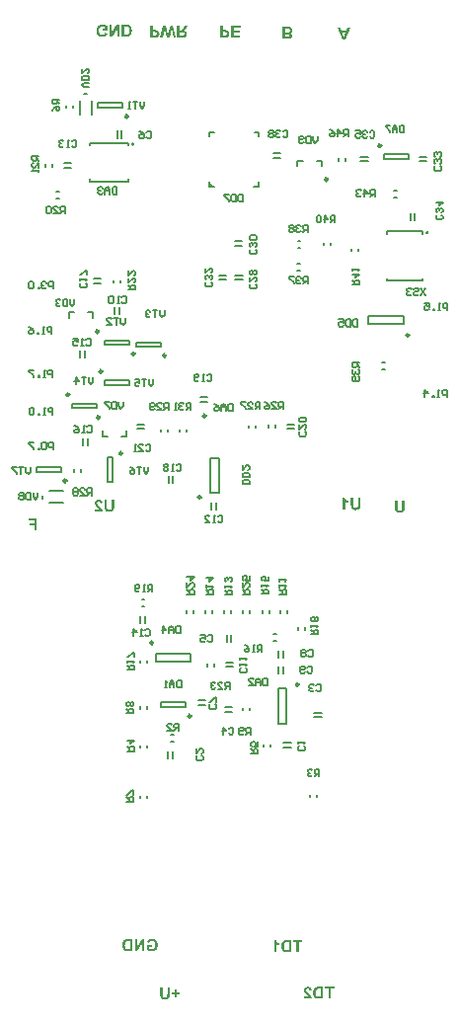
<source format=gbo>
G04 Layer_Color=32896*
%FSTAX43Y43*%
%MOMM*%
G71*
G01*
G75*
%ADD31C,0.200*%
%ADD47C,0.250*%
%ADD48C,0.150*%
%ADD83C,0.254*%
G36*
X0098046Y0139396D02*
X0097474D01*
Y0139117D01*
X0097988D01*
Y0138944D01*
X0097474D01*
Y0138717D01*
X0098027D01*
Y0138544D01*
X0097267D01*
Y0139569D01*
X0098046D01*
Y0139396D01*
D02*
G37*
G36*
X0096519Y0139182D02*
X0096703D01*
X0096725Y0139181D01*
X0096746D01*
X0096765Y0139179D01*
X0096783Y0139178D01*
X0096799Y0139176D01*
X0096812Y0139175D01*
X0096826D01*
X0096836Y0139173D01*
X0096846Y0139172D01*
X0096854Y013917D01*
X009686D01*
X0096864Y0139169D01*
X0096867D01*
X0096888Y0139163D01*
X0096907Y0139156D01*
X0096925Y0139148D01*
X0096941Y0139139D01*
X0096954Y0139132D01*
X0096965Y0139126D01*
X0096971Y0139122D01*
X0096974Y013912D01*
X0096993Y0139105D01*
X0097009Y0139089D01*
X0097026Y0139071D01*
X0097037Y0139056D01*
X0097048Y0139042D01*
X0097055Y013903D01*
X009706Y0139022D01*
X0097061Y0139019D01*
X0097073Y0138994D01*
X0097082Y0138968D01*
X0097088Y0138939D01*
X0097092Y0138914D01*
X0097095Y0138894D01*
Y0138883D01*
X0097097Y0138876D01*
Y0138868D01*
Y0138864D01*
Y0138861D01*
Y0138859D01*
X0097094Y0138817D01*
X0097088Y0138777D01*
X0097077Y0138744D01*
X0097067Y0138714D01*
X0097061Y0138703D01*
X0097055Y0138692D01*
X0097051Y0138683D01*
X0097045Y0138674D01*
X0097042Y0138668D01*
X0097039Y0138664D01*
X0097036Y0138663D01*
Y0138661D01*
X0097012Y0138634D01*
X0096989Y0138612D01*
X0096963Y0138594D01*
X0096941Y0138581D01*
X009692Y0138572D01*
X0096904Y0138565D01*
X0096898Y0138563D01*
X0096894Y0138562D01*
X0096891Y013856D01*
X0096889D01*
X0096877Y0138557D01*
X0096863Y0138554D01*
X0096845Y0138553D01*
X0096827Y0138551D01*
X0096786Y0138549D01*
X0096744Y0138546D01*
X0096706D01*
X0096689Y0138544D01*
X0096312D01*
Y0139569D01*
X0096519D01*
Y0139182D01*
D02*
G37*
G36*
X0108337Y0098521D02*
Y009849D01*
X0108335Y009846D01*
Y0098432D01*
X0108334Y0098407D01*
X0108332Y0098383D01*
X0108331Y0098362D01*
X0108329Y0098343D01*
X0108326Y0098325D01*
X0108325Y009831D01*
X0108323Y0098297D01*
X0108322Y0098285D01*
X0108321Y0098276D01*
X0108319Y0098269D01*
Y0098264D01*
X0108318Y0098261D01*
Y009826D01*
X010831Y0098238D01*
X0108303Y0098217D01*
X0108292Y0098198D01*
X0108283Y0098182D01*
X0108275Y0098167D01*
X0108267Y0098155D01*
X0108261Y0098149D01*
X010826Y0098146D01*
X0108242Y0098127D01*
X0108223Y0098109D01*
X0108202Y0098094D01*
X0108183Y0098081D01*
X0108166Y009807D01*
X0108152Y0098063D01*
X0108143Y0098059D01*
X0108141Y0098057D01*
X010814D01*
X0108125Y0098051D01*
X0108109Y0098047D01*
X0108072Y0098038D01*
X0108035Y0098032D01*
X0107999Y0098029D01*
X0107983Y0098028D01*
X0107967Y0098026D01*
X0107953D01*
X010794Y0098025D01*
X0107916D01*
X0107873Y0098026D01*
X0107835Y0098029D01*
X0107801Y0098035D01*
X0107773Y0098041D01*
X0107761Y0098042D01*
X0107749Y0098045D01*
X010774Y0098048D01*
X0107733Y0098051D01*
X0107727Y0098053D01*
X0107722Y0098054D01*
X0107721Y0098056D01*
X0107719D01*
X0107693Y0098067D01*
X0107669Y0098082D01*
X0107648Y0098096D01*
X010763Y0098109D01*
X0107617Y0098121D01*
X0107607Y009813D01*
X0107601Y0098136D01*
X0107599Y0098139D01*
X0107583Y0098159D01*
X010757Y0098182D01*
X0107559Y0098202D01*
X010755Y0098223D01*
X0107545Y0098241D01*
X010754Y0098256D01*
X0107539Y009826D01*
Y0098264D01*
X0107537Y0098266D01*
Y0098267D01*
X0107534Y0098284D01*
X0107531Y0098301D01*
X0107528Y0098321D01*
X0107527Y009834D01*
X0107524Y0098384D01*
X0107521Y0098427D01*
Y0098447D01*
Y0098466D01*
X0107519Y0098484D01*
Y0098498D01*
Y009851D01*
Y0098521D01*
Y0098527D01*
Y0098528D01*
Y0099069D01*
X0107727D01*
Y00985D01*
Y0098478D01*
Y0098457D01*
X0107728Y0098438D01*
Y009842D01*
X010773Y0098405D01*
Y009839D01*
X0107731Y0098377D01*
Y0098365D01*
X0107734Y0098347D01*
X0107736Y0098334D01*
X0107737Y0098327D01*
Y0098324D01*
X0107742Y0098304D01*
X0107749Y0098288D01*
X0107758Y0098273D01*
X0107767Y009826D01*
X0107776Y009825D01*
X0107783Y0098242D01*
X0107789Y0098238D01*
X010779Y0098236D01*
X0107808Y0098224D01*
X010783Y0098216D01*
X0107851Y009821D01*
X0107873Y0098205D01*
X0107893Y0098202D01*
X0107907Y0098201D01*
X0107922D01*
X0107953Y0098202D01*
X010798Y0098207D01*
X0108004Y0098213D01*
X0108024Y009822D01*
X0108039Y0098226D01*
X0108051Y0098232D01*
X0108057Y0098236D01*
X010806Y0098238D01*
X0108076Y0098253D01*
X010809Y009827D01*
X0108101Y0098287D01*
X0108109Y0098303D01*
X0108115Y0098318D01*
X0108119Y009833D01*
X0108122Y0098337D01*
Y009834D01*
X0108124Y0098349D01*
X0108125Y0098358D01*
Y009837D01*
X0108127Y0098383D01*
X0108128Y0098411D01*
Y0098441D01*
X0108129Y0098467D01*
Y0098479D01*
Y0098491D01*
Y00985D01*
Y0098506D01*
Y009851D01*
Y0098512D01*
Y0099069D01*
X0108337D01*
Y0098521D01*
D02*
G37*
G36*
X0101098Y0061115D02*
X0101117Y0061084D01*
X0101138Y0061055D01*
X0101158Y0061031D01*
X0101176Y0061012D01*
X0101192Y0060997D01*
X0101198Y0060991D01*
X0101203Y0060987D01*
X0101206Y0060985D01*
X0101207Y0060984D01*
X010124Y006096D01*
X0101271Y0060939D01*
X0101299Y0060923D01*
X0101324Y0060911D01*
X0101345Y0060902D01*
X010136Y0060895D01*
X0101366Y0060893D01*
X010137Y0060892D01*
X0101372Y006089D01*
X0101373D01*
Y0060713D01*
X010132Y0060733D01*
X0101272Y0060756D01*
X010125Y0060767D01*
X0101229Y0060781D01*
X010121Y0060793D01*
X0101192Y0060804D01*
X0101176Y0060816D01*
X0101161Y0060827D01*
X0101149Y0060836D01*
X0101139Y0060844D01*
X010113Y0060852D01*
X0101124Y0060856D01*
X0101121Y0060859D01*
X010112Y0060861D01*
Y0060119D01*
X0100923D01*
Y0061149D01*
X0101083D01*
X0101098Y0061115D01*
D02*
G37*
G36*
X0092511Y0138544D02*
X0092302D01*
X0092145Y0139261D01*
X0091967Y0138544D01*
X0091719D01*
X0091532Y0139249D01*
X0091378Y0138544D01*
X0091166D01*
X0091409Y0139569D01*
X0091634D01*
X0091839Y0138803D01*
X009204Y0139569D01*
X0092264D01*
X0092511Y0138544D01*
D02*
G37*
G36*
X0103362Y006097D02*
X0103058D01*
Y0060119D01*
X0102851D01*
Y006097D01*
X0102549D01*
Y0061144D01*
X0103362D01*
Y006097D01*
D02*
G37*
G36*
X0090519Y0139182D02*
X0090703D01*
X0090725Y0139181D01*
X0090746D01*
X0090765Y0139179D01*
X0090783Y0139178D01*
X0090799Y0139176D01*
X0090812Y0139175D01*
X0090826D01*
X0090836Y0139173D01*
X0090846Y0139172D01*
X0090854Y013917D01*
X009086D01*
X0090864Y0139169D01*
X0090867D01*
X0090888Y0139163D01*
X0090907Y0139156D01*
X0090925Y0139148D01*
X0090941Y0139139D01*
X0090954Y0139132D01*
X0090965Y0139126D01*
X0090971Y0139122D01*
X0090974Y013912D01*
X0090993Y0139105D01*
X0091009Y0139089D01*
X0091026Y0139071D01*
X0091037Y0139056D01*
X0091048Y0139042D01*
X0091055Y013903D01*
X009106Y0139022D01*
X0091061Y0139019D01*
X0091073Y0138994D01*
X0091082Y0138968D01*
X0091088Y0138939D01*
X0091092Y0138914D01*
X0091095Y0138894D01*
Y0138883D01*
X0091097Y0138876D01*
Y0138868D01*
Y0138864D01*
Y0138861D01*
Y0138859D01*
X0091094Y0138817D01*
X0091088Y0138777D01*
X0091077Y0138744D01*
X0091067Y0138714D01*
X0091061Y0138703D01*
X0091055Y0138692D01*
X0091051Y0138683D01*
X0091045Y0138674D01*
X0091042Y0138668D01*
X0091039Y0138664D01*
X0091036Y0138663D01*
Y0138661D01*
X0091012Y0138634D01*
X0090989Y0138612D01*
X0090963Y0138594D01*
X0090941Y0138581D01*
X009092Y0138572D01*
X0090904Y0138565D01*
X0090898Y0138563D01*
X0090894Y0138562D01*
X0090891Y013856D01*
X0090889D01*
X0090877Y0138557D01*
X0090863Y0138554D01*
X0090845Y0138553D01*
X0090827Y0138551D01*
X0090786Y0138549D01*
X0090744Y0138546D01*
X0090706D01*
X0090689Y0138544D01*
X0090312D01*
Y0139569D01*
X0090519D01*
Y0139182D01*
D02*
G37*
G36*
X0112129Y0098303D02*
Y0098302D01*
Y0098296D01*
Y0098285D01*
Y0098273D01*
Y0098259D01*
X0112128Y0098241D01*
Y0098222D01*
Y0098202D01*
X0112125Y0098159D01*
X0112122Y0098115D01*
X011212Y0098096D01*
X0112117Y0098076D01*
X0112114Y0098059D01*
X0112111Y0098042D01*
Y0098041D01*
X011211Y0098039D01*
Y0098035D01*
X0112108Y0098031D01*
X0112104Y0098016D01*
X0112098Y0097998D01*
X0112089Y0097977D01*
X0112079Y0097957D01*
X0112066Y0097934D01*
X0112049Y0097914D01*
X0112048Y0097911D01*
X0112042Y0097905D01*
X0112031Y0097896D01*
X0112018Y0097884D01*
X0112Y0097871D01*
X011198Y0097857D01*
X0111956Y0097842D01*
X0111929Y0097831D01*
X0111928D01*
X0111926Y0097829D01*
X0111922Y0097828D01*
X0111916Y0097826D01*
X0111909Y0097823D01*
X01119Y009782D01*
X0111888Y0097817D01*
X0111876Y0097816D01*
X0111848Y009781D01*
X0111814Y0097804D01*
X0111775Y0097801D01*
X0111732Y00978D01*
X0111709D01*
X0111695Y0097801D01*
X0111682D01*
X0111666Y0097803D01*
X0111649Y0097804D01*
X0111614Y0097807D01*
X0111577Y0097813D01*
X011154Y0097822D01*
X0111524Y0097826D01*
X0111509Y0097832D01*
X0111507D01*
X0111506Y0097834D01*
X0111497Y0097838D01*
X0111482Y0097845D01*
X0111466Y0097856D01*
X0111447Y0097869D01*
X0111426Y0097884D01*
X0111407Y0097902D01*
X0111389Y0097921D01*
X0111387Y0097924D01*
X0111381Y009793D01*
X0111374Y0097942D01*
X0111365Y0097957D01*
X0111356Y0097973D01*
X0111346Y0097992D01*
X0111338Y0098013D01*
X0111331Y0098035D01*
Y0098036D01*
X011133Y0098039D01*
Y0098044D01*
X0111328Y0098051D01*
X0111327Y009806D01*
X0111325Y0098072D01*
X0111324Y0098085D01*
X0111322Y00981D01*
X0111319Y0098118D01*
X0111318Y0098137D01*
X0111316Y0098158D01*
X0111315Y0098182D01*
X0111313Y0098207D01*
Y0098235D01*
X0111312Y0098265D01*
Y0098296D01*
Y0098844D01*
X0111519D01*
Y0098287D01*
Y0098285D01*
Y0098281D01*
Y0098275D01*
Y0098266D01*
Y0098254D01*
Y0098242D01*
X0111521Y0098216D01*
Y0098186D01*
X0111522Y0098158D01*
X0111524Y0098145D01*
Y0098133D01*
X0111525Y0098124D01*
X0111527Y0098115D01*
Y0098112D01*
X0111529Y0098105D01*
X0111534Y0098093D01*
X011154Y0098078D01*
X0111547Y0098062D01*
X0111559Y0098045D01*
X0111572Y0098028D01*
X0111589Y0098013D01*
X0111592Y0098011D01*
X0111598Y0098007D01*
X0111609Y0098001D01*
X0111624Y0097995D01*
X0111645Y0097988D01*
X0111669Y0097982D01*
X0111695Y0097977D01*
X0111726Y0097976D01*
X0111741D01*
X0111756Y0097977D01*
X0111775Y009798D01*
X0111798Y0097985D01*
X0111818Y0097991D01*
X011184Y0097999D01*
X0111858Y0098011D01*
X011186Y0098013D01*
X0111866Y0098017D01*
X0111873Y0098025D01*
X0111882Y0098035D01*
X0111891Y0098048D01*
X01119Y0098063D01*
X0111907Y0098079D01*
X0111912Y0098099D01*
Y0098102D01*
X0111913Y0098109D01*
X0111914Y0098122D01*
X0111917Y009814D01*
Y0098152D01*
X0111919Y0098165D01*
Y009818D01*
X011192Y0098195D01*
Y0098213D01*
X0111922Y0098232D01*
Y0098253D01*
Y0098275D01*
Y0098844D01*
X0112129D01*
Y0098303D01*
D02*
G37*
G36*
X0085907Y0098923D02*
X0085931Y0098921D01*
X0085977Y0098914D01*
X0086015Y0098902D01*
X0086033Y0098896D01*
X0086049Y0098889D01*
X0086064Y0098883D01*
X0086076Y0098876D01*
X0086088Y009887D01*
X0086097Y0098865D01*
X0086104Y0098859D01*
X0086109Y0098856D01*
X0086112Y0098855D01*
X0086113Y0098853D01*
X0086129Y0098839D01*
X0086144Y0098824D01*
X0086157Y0098806D01*
X0086169Y0098787D01*
X0086187Y0098748D01*
X0086202Y0098711D01*
X0086206Y0098692D01*
X0086211Y0098676D01*
X0086215Y0098661D01*
X0086217Y0098648D01*
X008622Y0098636D01*
Y0098628D01*
X0086221Y0098622D01*
Y0098621D01*
X0086026Y0098602D01*
X0086023Y0098631D01*
X0086017Y0098656D01*
X0086011Y0098679D01*
X0086003Y0098695D01*
X0085998Y0098708D01*
X0085992Y0098717D01*
X0085987Y0098723D01*
X0085986Y0098725D01*
X0085971Y0098736D01*
X0085955Y0098745D01*
X0085938Y0098753D01*
X0085922Y0098757D01*
X0085909Y009876D01*
X0085897Y0098762D01*
X0085886D01*
X0085864Y009876D01*
X0085845Y0098756D01*
X0085829Y009875D01*
X0085814Y0098744D01*
X0085804Y0098738D01*
X0085795Y0098732D01*
X008579Y0098728D01*
X0085789Y0098726D01*
X0085777Y0098711D01*
X0085768Y0098695D01*
X0085762Y0098679D01*
X0085758Y0098662D01*
X0085755Y0098648D01*
X0085753Y0098634D01*
Y0098627D01*
Y0098625D01*
Y0098624D01*
X0085755Y0098602D01*
X0085759Y0098581D01*
X0085767Y009856D01*
X0085774Y0098542D01*
X0085781Y0098526D01*
X0085789Y0098514D01*
X0085793Y0098507D01*
X0085795Y0098504D01*
X0085801Y0098495D01*
X0085809Y0098485D01*
X0085821Y0098471D01*
X0085833Y0098459D01*
X008586Y0098431D01*
X0085886Y0098403D01*
X0085913Y0098377D01*
X0085925Y0098365D01*
X0085937Y0098356D01*
X0085946Y0098347D01*
X0085952Y0098341D01*
X0085956Y0098337D01*
X0085958Y0098335D01*
X0085987Y0098307D01*
X0086014Y009828D01*
X0086039Y0098255D01*
X0086061Y0098233D01*
X0086082Y0098211D01*
X00861Y009819D01*
X0086116Y0098172D01*
X0086129Y0098154D01*
X0086141Y009814D01*
X0086152Y0098126D01*
X008616Y0098116D01*
X0086166Y0098106D01*
X0086172Y00981D01*
X0086175Y0098094D01*
X0086178Y0098091D01*
Y0098089D01*
X0086197Y0098055D01*
X0086212Y009802D01*
X0086224Y0097987D01*
X0086233Y0097957D01*
X0086239Y0097931D01*
X008624Y009792D01*
X0086242Y0097912D01*
X0086243Y0097904D01*
X0086245Y0097898D01*
Y0097895D01*
Y0097894D01*
X0085556D01*
Y0098076D01*
X0085947D01*
X0085935Y0098095D01*
X0085922Y0098111D01*
X0085916Y0098119D01*
X0085912Y0098125D01*
X0085909Y0098128D01*
X0085907Y0098129D01*
X0085901Y0098135D01*
X0085895Y0098143D01*
X0085878Y0098159D01*
X0085858Y0098178D01*
X0085839Y0098197D01*
X008582Y0098215D01*
X0085804Y009823D01*
X0085798Y0098236D01*
X0085793Y009824D01*
X008579Y0098242D01*
X0085789Y0098243D01*
X0085756Y0098274D01*
X0085729Y00983D01*
X0085707Y0098323D01*
X008569Y0098341D01*
X0085676Y0098356D01*
X0085667Y0098366D01*
X0085661Y0098374D01*
X008566Y0098375D01*
X0085641Y00984D01*
X0085624Y0098424D01*
X0085611Y0098446D01*
X0085601Y0098465D01*
X0085592Y0098482D01*
X0085586Y0098495D01*
X0085583Y0098502D01*
X0085581Y0098505D01*
X0085573Y0098529D01*
X0085567Y0098553D01*
X0085562Y0098575D01*
X0085559Y0098596D01*
X0085558Y0098612D01*
X0085556Y0098625D01*
Y0098634D01*
Y0098637D01*
X0085558Y0098659D01*
X0085561Y0098682D01*
X0085564Y0098702D01*
X008557Y0098722D01*
X0085584Y0098756D01*
X0085599Y0098785D01*
X0085608Y0098799D01*
X0085615Y0098809D01*
X0085623Y0098819D01*
X008563Y0098827D01*
X0085636Y0098833D01*
X0085639Y0098839D01*
X0085642Y009884D01*
X0085644Y0098842D01*
X008566Y0098856D01*
X0085679Y009887D01*
X0085697Y009888D01*
X0085718Y0098889D01*
X0085756Y0098904D01*
X0085795Y0098914D01*
X0085812Y0098917D01*
X0085829Y009892D01*
X0085844Y0098921D01*
X0085857Y0098923D01*
X0085867Y0098924D01*
X0085882D01*
X0085907Y0098923D01*
D02*
G37*
G36*
X0087212Y0098371D02*
Y009834D01*
X008721Y009831D01*
Y0098282D01*
X0087209Y0098257D01*
X0087207Y0098233D01*
X0087206Y0098212D01*
X0087204Y0098193D01*
X0087201Y0098175D01*
X00872Y009816D01*
X0087198Y0098147D01*
X0087197Y0098135D01*
X0087196Y0098126D01*
X0087194Y0098119D01*
Y0098114D01*
X0087193Y0098111D01*
Y009811D01*
X0087185Y0098088D01*
X0087178Y0098067D01*
X0087167Y0098048D01*
X0087158Y0098032D01*
X008715Y0098017D01*
X0087142Y0098005D01*
X0087136Y0097999D01*
X0087135Y0097996D01*
X0087117Y0097977D01*
X0087098Y0097959D01*
X0087077Y0097944D01*
X0087058Y0097931D01*
X0087041Y009792D01*
X0087027Y0097913D01*
X0087018Y0097909D01*
X0087016Y0097907D01*
X0087015D01*
X0087Y0097901D01*
X0086984Y0097897D01*
X0086947Y0097888D01*
X008691Y0097882D01*
X0086874Y0097879D01*
X0086858Y0097878D01*
X0086842Y0097876D01*
X0086828D01*
X0086815Y0097875D01*
X0086791D01*
X0086748Y0097876D01*
X008671Y0097879D01*
X0086676Y0097885D01*
X0086648Y0097891D01*
X0086636Y0097892D01*
X0086624Y0097895D01*
X0086615Y0097898D01*
X0086608Y0097901D01*
X0086602Y0097903D01*
X0086597Y0097904D01*
X0086596Y0097906D01*
X0086594D01*
X0086568Y0097918D01*
X0086544Y0097932D01*
X0086523Y0097946D01*
X0086505Y0097959D01*
X0086492Y0097971D01*
X0086482Y009798D01*
X0086476Y0097986D01*
X0086474Y0097989D01*
X0086458Y0098009D01*
X0086445Y0098032D01*
X0086434Y0098052D01*
X0086425Y0098073D01*
X008642Y0098091D01*
X0086415Y0098106D01*
X0086414Y009811D01*
Y0098114D01*
X0086412Y0098116D01*
Y0098117D01*
X0086409Y0098134D01*
X0086406Y0098151D01*
X0086403Y0098171D01*
X0086402Y009819D01*
X0086399Y0098234D01*
X0086396Y0098277D01*
Y0098297D01*
Y0098316D01*
X0086394Y0098334D01*
Y0098348D01*
Y009836D01*
Y0098371D01*
Y0098377D01*
Y0098378D01*
Y0098919D01*
X0086602D01*
Y009835D01*
Y0098328D01*
Y0098307D01*
X0086603Y0098288D01*
Y009827D01*
X0086605Y0098255D01*
Y009824D01*
X0086606Y0098227D01*
Y0098215D01*
X0086609Y0098197D01*
X0086611Y0098184D01*
X0086612Y0098177D01*
Y0098174D01*
X0086617Y0098154D01*
X0086624Y0098138D01*
X0086633Y0098123D01*
X0086642Y009811D01*
X0086651Y00981D01*
X0086658Y0098092D01*
X0086664Y0098088D01*
X0086665Y0098086D01*
X0086683Y0098074D01*
X0086705Y0098066D01*
X0086726Y009806D01*
X0086748Y0098055D01*
X0086768Y0098052D01*
X0086782Y0098051D01*
X0086797D01*
X0086828Y0098052D01*
X0086855Y0098057D01*
X0086879Y0098063D01*
X0086899Y009807D01*
X0086914Y0098076D01*
X0086926Y0098082D01*
X0086932Y0098086D01*
X0086935Y0098088D01*
X0086951Y0098103D01*
X0086965Y009812D01*
X0086976Y0098137D01*
X0086984Y0098153D01*
X008699Y0098168D01*
X0086994Y009818D01*
X0086997Y0098187D01*
Y009819D01*
X0086999Y0098199D01*
X0087Y0098208D01*
Y009822D01*
X0087002Y0098233D01*
X0087003Y0098261D01*
Y0098291D01*
X0087004Y0098317D01*
Y0098329D01*
Y0098341D01*
Y009835D01*
Y0098356D01*
Y009836D01*
Y0098362D01*
Y0098919D01*
X0087212D01*
Y0098371D01*
D02*
G37*
G36*
X0080587Y0096294D02*
X0080379D01*
Y0096729D01*
X0079952D01*
Y0096902D01*
X0080379D01*
Y0097145D01*
X0079883D01*
Y0097319D01*
X0080587D01*
Y0096294D01*
D02*
G37*
G36*
X0107017Y009904D02*
X0107037Y0099009D01*
X0107057Y009898D01*
X0107078Y0098956D01*
X0107096Y0098937D01*
X0107112Y0098922D01*
X0107118Y0098916D01*
X0107123Y0098912D01*
X0107125Y009891D01*
X0107127Y0098909D01*
X010716Y0098885D01*
X0107191Y0098864D01*
X0107219Y0098848D01*
X0107244Y0098836D01*
X0107265Y0098827D01*
X0107279Y009882D01*
X0107285Y0098818D01*
X010729Y0098817D01*
X0107291Y0098815D01*
X0107293D01*
Y0098638D01*
X010724Y0098658D01*
X0107192Y0098681D01*
X010717Y0098692D01*
X0107149Y0098706D01*
X010713Y0098718D01*
X0107112Y0098729D01*
X0107096Y0098741D01*
X0107081Y0098752D01*
X0107069Y0098761D01*
X0107059Y0098769D01*
X010705Y0098777D01*
X0107044Y0098781D01*
X0107041Y0098784D01*
X010704Y0098786D01*
Y0098044D01*
X0106843D01*
Y0099074D01*
X0107003D01*
X0107017Y009904D01*
D02*
G37*
G36*
X0102131Y0139442D02*
X0102176D01*
X0102193Y0139441D01*
X0102222D01*
X0102232Y0139439D01*
X0102247D01*
X0102253Y0139438D01*
X0102259D01*
X0102288Y0139433D01*
X0102315Y0139426D01*
X0102339Y0139419D01*
X0102359Y013941D01*
X0102376Y0139402D01*
X0102387Y0139395D01*
X0102395Y013939D01*
X0102398Y0139389D01*
X0102419Y0139373D01*
X0102435Y0139355D01*
X0102451Y0139339D01*
X0102463Y0139321D01*
X0102473Y0139306D01*
X0102481Y0139294D01*
X0102485Y0139287D01*
X0102487Y0139284D01*
X0102497Y0139259D01*
X0102506Y0139235D01*
X0102512Y0139211D01*
X0102515Y0139191D01*
X0102518Y0139173D01*
X0102519Y0139159D01*
Y0139151D01*
Y0139149D01*
Y0139148D01*
X0102518Y0139115D01*
X0102512Y0139085D01*
X0102503Y013906D01*
X0102494Y0139037D01*
X0102485Y0139019D01*
X0102476Y0139005D01*
X010247Y0138997D01*
X0102469Y0138994D01*
X0102448Y013897D01*
X0102426Y0138951D01*
X0102401Y0138934D01*
X0102379Y0138923D01*
X0102358Y0138912D01*
X010234Y0138905D01*
X0102334Y0138903D01*
X010233Y0138902D01*
X0102327Y01389D01*
X0102325D01*
X0102349Y0138887D01*
X010237Y0138874D01*
X0102387Y0138857D01*
X0102402Y0138844D01*
X0102413Y0138831D01*
X0102421Y013882D01*
X0102427Y0138813D01*
X0102429Y013881D01*
X0102442Y0138786D01*
X0102453Y0138764D01*
X0102458Y0138742D01*
X0102464Y0138721D01*
X0102467Y0138703D01*
X0102469Y013869D01*
Y0138681D01*
Y013868D01*
Y0138678D01*
X0102467Y0138655D01*
X0102464Y0138631D01*
X0102458Y0138612D01*
X0102453Y0138594D01*
X0102447Y0138579D01*
X0102441Y0138567D01*
X0102438Y0138561D01*
X0102436Y0138558D01*
X0102424Y0138539D01*
X0102411Y0138523D01*
X0102398Y0138508D01*
X0102386Y0138495D01*
X0102374Y0138486D01*
X0102365Y0138478D01*
X0102359Y0138474D01*
X0102358Y0138472D01*
X010234Y0138461D01*
X0102321Y0138452D01*
X0102303Y0138444D01*
X0102287Y0138438D01*
X0102272Y0138434D01*
X0102262Y0138431D01*
X0102254Y0138429D01*
X0102251D01*
X0102226Y0138426D01*
X0102198Y0138424D01*
X0102168Y0138422D01*
X0102139Y0138421D01*
X0102112Y0138419D01*
X0101662D01*
Y0139444D01*
X0102106D01*
X0102131Y0139442D01*
D02*
G37*
G36*
X0107028Y0138344D02*
X0106809D01*
X0106412Y0139369D01*
X0106631D01*
X0106715Y0139136D01*
X0107127D01*
X0107216Y0139369D01*
X0107439D01*
X0107028Y0138344D01*
D02*
G37*
G36*
X0105139Y0056119D02*
X0104751D01*
X0104711Y005612D01*
X0104674Y0056122D01*
X0104643Y0056125D01*
X0104618Y0056129D01*
X0104597Y0056134D01*
X0104581Y0056137D01*
X0104576Y0056138D01*
X0104572D01*
X010457Y005614D01*
X0104569D01*
X0104536Y0056151D01*
X0104507Y0056165D01*
X0104483Y0056178D01*
X0104462Y0056191D01*
X0104446Y0056203D01*
X0104434Y0056212D01*
X0104427Y0056218D01*
X0104424Y0056221D01*
X0104399Y0056249D01*
X0104376Y0056279D01*
X0104357Y005631D01*
X0104342Y0056338D01*
X0104331Y0056365D01*
X0104325Y0056375D01*
X0104322Y0056384D01*
X0104319Y0056393D01*
X0104316Y0056399D01*
X0104314Y0056402D01*
Y0056403D01*
X0104304Y0056439D01*
X0104295Y0056476D01*
X0104289Y0056511D01*
X0104286Y0056545D01*
X0104285Y0056562D01*
X0104283Y0056576D01*
Y0056588D01*
X0104282Y00566D01*
Y0056609D01*
Y0056615D01*
Y0056619D01*
Y0056621D01*
X0104283Y0056673D01*
X0104288Y0056719D01*
X0104289Y0056741D01*
X0104292Y005676D01*
X0104295Y0056779D01*
X0104298Y0056796D01*
X0104302Y005681D01*
X0104305Y0056824D01*
X0104308Y0056836D01*
X010431Y0056844D01*
X0104313Y0056852D01*
X0104314Y0056858D01*
X0104316Y0056861D01*
Y0056862D01*
X0104329Y0056898D01*
X0104345Y005693D01*
X0104362Y0056958D01*
X0104378Y0056982D01*
X0104391Y0057001D01*
X0104403Y0057016D01*
X0104411Y0057025D01*
X0104412Y0057028D01*
X0104413D01*
X0104439Y0057052D01*
X0104464Y0057071D01*
X010449Y0057087D01*
X0104514Y0057101D01*
X0104535Y0057111D01*
X0104553Y0057118D01*
X0104559Y005712D01*
X0104563Y0057121D01*
X0104566Y0057123D01*
X0104567D01*
X0104596Y005713D01*
X0104627Y0057135D01*
X0104659Y0057139D01*
X010469Y0057141D01*
X0104719Y0057142D01*
X010473Y0057144D01*
X0105139D01*
Y0056119D01*
D02*
G37*
G36*
X0089811Y0060219D02*
X008962D01*
Y0060894D01*
X0089204Y0060219D01*
X0088997D01*
Y0061244D01*
X0089188D01*
Y0060553D01*
X0089611Y0061244D01*
X0089811D01*
Y0060219D01*
D02*
G37*
G36*
X0091982Y0056546D02*
Y0056515D01*
X0091981Y0056485D01*
Y0056457D01*
X0091979Y0056432D01*
X0091978Y0056408D01*
X0091976Y0056387D01*
X0091975Y0056368D01*
X0091972Y005635D01*
X009197Y0056335D01*
X0091969Y0056322D01*
X0091967Y005631D01*
X0091966Y0056301D01*
X0091964Y0056294D01*
Y0056289D01*
X0091963Y0056286D01*
Y0056285D01*
X0091956Y0056263D01*
X0091948Y0056242D01*
X0091938Y0056223D01*
X0091929Y0056207D01*
X009192Y0056192D01*
X0091913Y005618D01*
X0091907Y0056174D01*
X0091905Y0056171D01*
X0091887Y0056152D01*
X0091868Y0056134D01*
X0091847Y0056119D01*
X0091828Y0056106D01*
X0091812Y0056095D01*
X0091797Y0056088D01*
X0091788Y0056084D01*
X0091787Y0056082D01*
X0091785D01*
X009177Y0056076D01*
X0091754Y0056072D01*
X0091717Y0056063D01*
X009168Y0056057D01*
X0091645Y0056054D01*
X0091628Y0056053D01*
X0091612Y0056051D01*
X0091599D01*
X0091585Y005605D01*
X0091562D01*
X0091519Y0056051D01*
X009148Y0056054D01*
X0091446Y005606D01*
X0091418Y0056066D01*
X0091406Y0056067D01*
X0091394Y005607D01*
X0091385Y0056073D01*
X0091378Y0056076D01*
X0091372Y0056078D01*
X0091368Y0056079D01*
X0091366Y0056081D01*
X0091365D01*
X0091338Y0056092D01*
X0091314Y0056107D01*
X0091294Y0056121D01*
X0091276Y0056134D01*
X0091263Y0056146D01*
X0091252Y0056155D01*
X0091246Y0056161D01*
X0091245Y0056164D01*
X0091228Y0056184D01*
X0091215Y0056207D01*
X0091205Y0056227D01*
X0091196Y0056248D01*
X009119Y0056266D01*
X0091186Y0056281D01*
X0091184Y0056285D01*
Y0056289D01*
X0091183Y0056291D01*
Y0056292D01*
X009118Y0056309D01*
X0091177Y0056326D01*
X0091174Y0056346D01*
X0091172Y0056365D01*
X0091169Y0056409D01*
X0091166Y0056452D01*
Y0056472D01*
Y0056491D01*
X0091165Y0056509D01*
Y0056523D01*
Y0056535D01*
Y0056546D01*
Y0056552D01*
Y0056553D01*
Y0057094D01*
X0091372D01*
Y0056525D01*
Y0056503D01*
Y0056482D01*
X0091374Y0056463D01*
Y0056445D01*
X0091375Y005643D01*
Y0056415D01*
X0091377Y0056402D01*
Y005639D01*
X009138Y0056372D01*
X0091381Y0056359D01*
X0091382Y0056352D01*
Y0056349D01*
X0091387Y0056329D01*
X0091394Y0056313D01*
X0091403Y0056298D01*
X0091412Y0056285D01*
X0091421Y0056275D01*
X0091428Y0056267D01*
X0091434Y0056263D01*
X0091436Y0056261D01*
X0091454Y0056249D01*
X0091476Y0056241D01*
X0091496Y0056235D01*
X0091519Y005623D01*
X0091538Y0056227D01*
X0091553Y0056226D01*
X0091568D01*
X0091599Y0056227D01*
X0091625Y0056232D01*
X0091649Y0056238D01*
X009167Y0056245D01*
X0091685Y0056251D01*
X0091696Y0056257D01*
X0091702Y0056261D01*
X0091705Y0056263D01*
X0091722Y0056278D01*
X0091735Y0056295D01*
X0091747Y0056312D01*
X0091754Y0056328D01*
X009176Y0056343D01*
X0091765Y0056355D01*
X0091767Y0056362D01*
Y0056365D01*
X0091769Y0056374D01*
X009177Y0056383D01*
Y0056395D01*
X0091772Y0056408D01*
X0091773Y0056436D01*
Y0056466D01*
X0091775Y0056492D01*
Y0056504D01*
Y0056516D01*
Y0056525D01*
Y0056531D01*
Y0056535D01*
Y0056537D01*
Y0057094D01*
X0091982D01*
Y0056546D01*
D02*
G37*
G36*
X0106087Y005697D02*
X0105783D01*
Y0056119D01*
X0105576D01*
Y005697D01*
X0105274D01*
Y0057144D01*
X0106087D01*
Y005697D01*
D02*
G37*
G36*
X0095762Y0125794D02*
X0095387Y0125794D01*
Y0126169D01*
X0095762Y0125794D01*
D02*
G37*
G36*
X0103837Y0057148D02*
X0103861Y0057146D01*
X0103907Y0057139D01*
X0103946Y0057127D01*
X0103963Y0057121D01*
X010398Y0057114D01*
X0103994Y0057108D01*
X0104006Y0057101D01*
X0104018Y0057095D01*
X0104027Y005709D01*
X0104034Y0057084D01*
X0104039Y0057081D01*
X0104042Y005708D01*
X0104043Y0057078D01*
X010406Y0057064D01*
X0104074Y0057049D01*
X0104088Y0057031D01*
X01041Y0057012D01*
X0104117Y0056973D01*
X0104132Y0056936D01*
X0104137Y0056917D01*
X0104141Y0056901D01*
X0104145Y0056886D01*
X0104147Y0056873D01*
X010415Y0056861D01*
Y0056853D01*
X0104151Y0056847D01*
Y0056846D01*
X0103956Y0056827D01*
X0103953Y0056856D01*
X0103947Y0056881D01*
X0103941Y0056904D01*
X0103934Y005692D01*
X0103928Y0056933D01*
X0103922Y0056942D01*
X0103917Y0056948D01*
X0103916Y005695D01*
X0103901Y0056961D01*
X0103885Y005697D01*
X0103869Y0056978D01*
X0103852Y0056982D01*
X0103839Y0056985D01*
X0103827Y0056987D01*
X0103817D01*
X0103794Y0056985D01*
X0103775Y0056981D01*
X0103759Y0056975D01*
X0103744Y0056969D01*
X0103734Y0056963D01*
X0103725Y0056957D01*
X010372Y0056952D01*
X0103719Y0056951D01*
X0103707Y0056936D01*
X0103698Y005692D01*
X0103692Y0056904D01*
X0103688Y0056887D01*
X0103685Y0056873D01*
X0103683Y0056859D01*
Y0056852D01*
Y005685D01*
Y0056849D01*
X0103685Y0056827D01*
X0103689Y0056806D01*
X0103697Y0056785D01*
X0103704Y0056767D01*
X0103712Y0056751D01*
X0103719Y0056739D01*
X0103723Y0056732D01*
X0103725Y0056729D01*
X0103731Y005672D01*
X010374Y005671D01*
X0103752Y0056696D01*
X0103763Y0056684D01*
X010379Y0056656D01*
X0103817Y0056628D01*
X0103843Y0056602D01*
X0103855Y005659D01*
X0103867Y0056581D01*
X0103876Y0056572D01*
X0103882Y0056566D01*
X0103886Y0056562D01*
X0103888Y005656D01*
X0103917Y0056532D01*
X0103944Y0056505D01*
X0103969Y005648D01*
X0103991Y0056458D01*
X0104012Y0056436D01*
X010403Y0056415D01*
X0104046Y0056397D01*
X010406Y0056379D01*
X0104071Y0056365D01*
X0104082Y0056351D01*
X0104091Y0056341D01*
X0104097Y0056331D01*
X0104103Y0056325D01*
X0104105Y0056319D01*
X0104108Y0056316D01*
Y0056314D01*
X0104128Y005628D01*
X0104142Y0056245D01*
X0104154Y0056212D01*
X0104163Y0056182D01*
X0104169Y0056156D01*
X0104171Y0056145D01*
X0104172Y0056137D01*
X0104174Y0056129D01*
X0104175Y0056123D01*
Y005612D01*
Y0056119D01*
X0103486D01*
Y0056301D01*
X0103877D01*
X0103866Y005632D01*
X0103852Y0056336D01*
X0103846Y0056344D01*
X0103842Y005635D01*
X0103839Y0056353D01*
X0103837Y0056354D01*
X0103832Y005636D01*
X0103826Y0056368D01*
X0103808Y0056384D01*
X0103789Y0056403D01*
X0103769Y0056422D01*
X010375Y005644D01*
X0103734Y0056455D01*
X0103728Y0056461D01*
X0103723Y0056465D01*
X010372Y0056467D01*
X0103719Y0056468D01*
X0103686Y0056499D01*
X010366Y0056525D01*
X0103638Y0056548D01*
X010362Y0056566D01*
X0103606Y0056581D01*
X0103598Y0056591D01*
X0103592Y0056599D01*
X010359Y00566D01*
X0103571Y0056625D01*
X0103555Y0056649D01*
X0103541Y0056671D01*
X0103531Y005669D01*
X0103522Y0056707D01*
X0103516Y005672D01*
X0103513Y0056727D01*
X0103512Y005673D01*
X0103503Y0056754D01*
X0103497Y0056778D01*
X0103492Y00568D01*
X0103489Y0056821D01*
X0103488Y0056837D01*
X0103486Y005685D01*
Y0056859D01*
Y0056862D01*
X0103488Y0056884D01*
X0103491Y0056907D01*
X0103494Y0056927D01*
X01035Y0056947D01*
X0103515Y0056981D01*
X0103529Y005701D01*
X0103538Y0057024D01*
X0103546Y0057034D01*
X0103553Y0057044D01*
X0103561Y0057052D01*
X0103566Y0057058D01*
X0103569Y0057064D01*
X0103572Y0057065D01*
X0103574Y0057067D01*
X010359Y0057081D01*
X0103609Y0057095D01*
X0103627Y0057105D01*
X0103648Y0057114D01*
X0103686Y0057129D01*
X0103725Y0057139D01*
X0103743Y0057142D01*
X0103759Y0057145D01*
X0103774Y0057146D01*
X0103787Y0057148D01*
X0103797Y0057149D01*
X0103812D01*
X0103837Y0057148D01*
D02*
G37*
G36*
X0092594Y0056666D02*
X0092862D01*
Y0056482D01*
X0092594D01*
Y0056217D01*
X0092415D01*
Y0056482D01*
X0092145D01*
Y0056666D01*
X0092415D01*
Y0056931D01*
X0092594D01*
Y0056666D01*
D02*
G37*
G36*
X0090507Y0061261D02*
X0090555Y0061255D01*
X0090575Y0061251D01*
X0090596Y0061246D01*
X0090615Y0061242D01*
X0090632Y0061238D01*
X0090646Y0061232D01*
X0090661Y0061227D01*
X0090672Y0061223D01*
X0090682Y006122D01*
X0090689Y0061215D01*
X0090695Y0061214D01*
X0090698Y0061211D01*
X00907D01*
X0090746Y0061184D01*
X0090765Y0061168D01*
X0090784Y0061153D01*
X0090802Y0061137D01*
X0090818Y0061121D01*
X0090833Y0061104D01*
X0090846Y006109D01*
X0090857Y0061075D01*
X0090867Y0061061D01*
X0090876Y006105D01*
X0090883Y0061039D01*
X0090888Y006103D01*
X0090892Y0061024D01*
X0090894Y006102D01*
X0090895Y0061018D01*
X0090907Y0060995D01*
X0090917Y0060971D01*
X0090934Y0060922D01*
X0090946Y0060873D01*
X0090953Y006083D01*
X0090956Y006081D01*
X0090959Y0060792D01*
X009096Y0060776D01*
Y0060761D01*
X0090962Y006075D01*
Y0060742D01*
Y0060736D01*
Y0060734D01*
X0090959Y0060679D01*
X0090953Y0060629D01*
X0090943Y0060583D01*
X0090938Y0060561D01*
X0090932Y0060542D01*
X0090926Y0060524D01*
X0090922Y0060508D01*
X0090916Y0060494D01*
X0090911Y0060482D01*
X0090908Y0060473D01*
X0090906Y0060466D01*
X0090903Y0060462D01*
Y006046D01*
X0090877Y0060416D01*
X0090849Y0060377D01*
X009082Y0060343D01*
X009079Y0060317D01*
X0090777Y0060305D01*
X0090763Y0060294D01*
X0090753Y0060285D01*
X0090743Y006028D01*
X0090735Y0060274D01*
X0090728Y0060269D01*
X0090725Y0060268D01*
X0090723Y0060266D01*
X00907Y0060254D01*
X0090677Y0060244D01*
X0090629Y0060228D01*
X0090581Y0060216D01*
X0090538Y0060208D01*
X0090518Y0060205D01*
X00905Y0060203D01*
X0090483Y0060201D01*
X0090469D01*
X0090458Y00602D01*
X0090442D01*
X0090395Y0060201D01*
X009035Y0060207D01*
X0090307Y0060214D01*
X009027Y0060223D01*
X0090254Y0060228D01*
X0090239Y0060232D01*
X0090226Y0060237D01*
X0090214Y006024D01*
X0090205Y0060243D01*
X0090199Y0060245D01*
X0090195Y0060247D01*
X0090193D01*
X0090149Y0060265D01*
X0090112Y0060284D01*
X0090079Y0060303D01*
X0090051Y0060319D01*
X009003Y0060334D01*
X0090023Y006034D01*
X0090016Y0060346D01*
X0090011Y0060351D01*
X0090007Y0060354D01*
X0090004Y0060357D01*
Y0060768D01*
X0090449D01*
Y0060595D01*
X0090213D01*
Y0060463D01*
X009023Y006045D01*
X009025Y0060438D01*
X0090269Y0060428D01*
X0090287Y0060419D01*
X0090301Y0060411D01*
X0090315Y0060405D01*
X0090322Y0060402D01*
X0090324Y0060401D01*
X0090325D01*
X0090349Y0060392D01*
X0090372Y0060386D01*
X0090395Y0060382D01*
X0090414Y0060379D01*
X0090432Y0060377D01*
X0090444Y0060376D01*
X0090455D01*
X0090479Y0060377D01*
X0090503Y006038D01*
X0090523Y0060385D01*
X0090544Y0060391D01*
X0090581Y0060405D01*
X0090596Y0060413D01*
X0090611Y0060422D01*
X0090624Y0060431D01*
X0090636Y0060438D01*
X0090645Y0060447D01*
X0090654Y0060453D01*
X009066Y0060459D01*
X0090664Y0060463D01*
X0090667Y0060466D01*
X0090669Y0060468D01*
X0090682Y0060485D01*
X0090695Y0060506D01*
X0090706Y0060527D01*
X0090715Y0060549D01*
X0090729Y0060595D01*
X0090738Y0060639D01*
X0090741Y006066D01*
X0090744Y0060681D01*
X0090746Y0060697D01*
X0090747Y0060713D01*
X0090749Y0060725D01*
Y0060736D01*
Y0060742D01*
Y0060743D01*
X0090747Y0060774D01*
X0090746Y0060802D01*
X0090741Y006083D01*
X0090737Y0060856D01*
X0090731Y0060878D01*
X0090723Y0060898D01*
X0090716Y0060918D01*
X0090709Y0060936D01*
X0090703Y006095D01*
X0090695Y0060964D01*
X0090688Y0060974D01*
X0090682Y0060983D01*
X0090677Y006099D01*
X0090673Y0060995D01*
X0090672Y0060998D01*
X009067Y0060999D01*
X0090654Y0061014D01*
X0090637Y0061029D01*
X009062Y0061039D01*
X0090602Y006105D01*
X0090584Y0061058D01*
X0090566Y0061066D01*
X0090532Y0061076D01*
X0090516Y0061079D01*
X0090501Y0061082D01*
X0090488Y0061084D01*
X0090476Y0061085D01*
X0090467Y0061087D01*
X0090454D01*
X0090421Y0061085D01*
X0090393Y0061079D01*
X0090368Y0061073D01*
X0090346Y0061064D01*
X0090329Y0061057D01*
X0090316Y006105D01*
X0090309Y0061044D01*
X0090306Y0061042D01*
X0090285Y0061024D01*
X0090267Y0061005D01*
X0090252Y0060986D01*
X0090242Y0060967D01*
X0090233Y0060949D01*
X0090227Y0060936D01*
X0090224Y0060927D01*
X0090223Y0060925D01*
Y0060924D01*
X0090017Y0060962D01*
X0090023Y0060987D01*
X0090032Y0061013D01*
X0090041Y0061035D01*
X0090053Y0061055D01*
X0090063Y0061076D01*
X0090075Y0061094D01*
X0090087Y006111D01*
X0090098Y0061125D01*
X009011Y0061138D01*
X0090121Y006115D01*
X009013Y0061161D01*
X0090138Y0061168D01*
X0090146Y0061174D01*
X0090152Y006118D01*
X0090155Y0061181D01*
X0090156Y0061183D01*
X0090177Y0061198D01*
X0090199Y0061209D01*
X0090223Y006122D01*
X0090248Y0061229D01*
X0090297Y0061244D01*
X0090344Y0061252D01*
X0090367Y0061257D01*
X0090387Y0061258D01*
X0090406Y006126D01*
X0090423Y0061261D01*
X0090436Y0061263D01*
X0090454D01*
X0090507Y0061261D01*
D02*
G37*
G36*
X0102414Y0060119D02*
X0102026D01*
X0101986Y006012D01*
X0101949Y0060122D01*
X0101918Y0060125D01*
X0101893Y0060129D01*
X0101872Y0060134D01*
X0101856Y0060137D01*
X0101851Y0060138D01*
X0101847D01*
X0101845Y006014D01*
X0101844D01*
X0101811Y0060151D01*
X0101782Y0060165D01*
X0101758Y0060178D01*
X0101737Y0060191D01*
X0101721Y0060203D01*
X0101709Y0060212D01*
X0101702Y0060218D01*
X0101699Y0060221D01*
X0101674Y0060249D01*
X0101651Y0060279D01*
X0101632Y006031D01*
X0101617Y0060338D01*
X0101606Y0060365D01*
X01016Y0060375D01*
X0101597Y0060384D01*
X0101594Y0060393D01*
X0101591Y0060399D01*
X0101589Y0060402D01*
Y0060403D01*
X0101579Y0060439D01*
X010157Y0060476D01*
X0101564Y0060511D01*
X0101561Y0060545D01*
X010156Y0060562D01*
X0101558Y0060576D01*
Y0060588D01*
X0101557Y00606D01*
Y0060609D01*
Y0060615D01*
Y0060619D01*
Y0060621D01*
X0101558Y0060673D01*
X0101563Y0060719D01*
X0101564Y0060741D01*
X0101567Y006076D01*
X010157Y0060779D01*
X0101573Y0060796D01*
X0101577Y006081D01*
X010158Y0060824D01*
X0101583Y0060836D01*
X0101585Y0060844D01*
X0101588Y0060852D01*
X0101589Y0060858D01*
X0101591Y0060861D01*
Y0060862D01*
X0101604Y0060898D01*
X010162Y006093D01*
X0101637Y0060958D01*
X0101653Y0060982D01*
X0101666Y0061001D01*
X0101678Y0061016D01*
X0101686Y0061025D01*
X0101687Y0061028D01*
X0101688D01*
X0101714Y0061052D01*
X0101739Y0061071D01*
X0101765Y0061087D01*
X0101789Y0061101D01*
X010181Y0061111D01*
X0101828Y0061118D01*
X0101834Y006112D01*
X0101838Y0061121D01*
X0101841Y0061123D01*
X0101842D01*
X0101871Y006113D01*
X0101902Y0061135D01*
X0101934Y0061139D01*
X0101965Y0061141D01*
X0101994Y0061142D01*
X0102005Y0061144D01*
X0102414D01*
Y0060119D01*
D02*
G37*
G36*
X0088299Y0139642D02*
X0088336Y0139641D01*
X0088367Y0139638D01*
X0088392Y0139633D01*
X0088413Y0139629D01*
X0088429Y0139626D01*
X0088434Y0139625D01*
X0088438D01*
X008844Y0139623D01*
X0088441D01*
X0088474Y0139611D01*
X0088503Y0139598D01*
X0088527Y0139585D01*
X0088548Y0139571D01*
X0088564Y0139559D01*
X0088576Y0139551D01*
X0088583Y0139545D01*
X0088586Y0139542D01*
X0088611Y0139513D01*
X0088634Y0139484D01*
X0088653Y0139453D01*
X0088668Y0139425D01*
X008868Y0139398D01*
X0088685Y0139388D01*
X0088688Y0139379D01*
X0088691Y013937D01*
X0088694Y0139364D01*
X0088696Y0139361D01*
Y0139359D01*
X0088706Y0139324D01*
X0088715Y0139287D01*
X0088721Y0139251D01*
X0088724Y0139217D01*
X0088725Y0139201D01*
X0088727Y0139186D01*
Y0139174D01*
X0088728Y0139163D01*
Y0139154D01*
Y0139148D01*
Y0139143D01*
Y0139142D01*
X0088727Y013909D01*
X0088722Y0139044D01*
X0088721Y0139022D01*
X0088718Y0139003D01*
X0088715Y0138983D01*
X0088712Y0138967D01*
X0088708Y0138952D01*
X0088705Y0138939D01*
X0088702Y0138927D01*
X00887Y0138918D01*
X0088697Y0138911D01*
X0088696Y0138905D01*
X0088694Y0138902D01*
Y01389D01*
X0088681Y0138865D01*
X0088665Y0138832D01*
X0088648Y0138804D01*
X0088632Y013878D01*
X0088619Y0138761D01*
X0088607Y0138746D01*
X00886Y0138738D01*
X0088598Y0138735D01*
X0088597D01*
X0088571Y0138711D01*
X0088546Y0138692D01*
X008852Y0138675D01*
X0088496Y0138662D01*
X0088475Y0138652D01*
X0088457Y0138644D01*
X0088451Y0138643D01*
X0088447Y0138641D01*
X0088444Y013864D01*
X0088443D01*
X0088414Y0138632D01*
X0088383Y0138628D01*
X0088351Y0138624D01*
X008832Y0138622D01*
X0088292Y0138621D01*
X008828Y0138619D01*
X0087871D01*
Y0139644D01*
X0088259D01*
X0088299Y0139642D01*
D02*
G37*
G36*
X0093414Y0139369D02*
X0093401Y0139348D01*
X0093387Y0139327D01*
X0093376Y013931D01*
X0093364Y0139293D01*
X0093353Y0139279D01*
X0093345Y0139264D01*
X0093327Y0139242D01*
X0093313Y0139224D01*
X0093305Y0139212D01*
X0093297Y0139205D01*
X0093296Y0139203D01*
X0093279Y0139185D01*
X009326Y0139169D01*
X0093242Y0139156D01*
X0093225Y0139142D01*
X009321Y0139132D01*
X0093198Y0139125D01*
X0093189Y0139119D01*
X0093188Y0139117D01*
X0093186D01*
X0093211Y0139113D01*
X0093233Y0139107D01*
X0093254Y0139101D01*
X0093275Y0139093D01*
X0093293Y0139086D01*
X0093309Y0139079D01*
X0093325Y0139071D01*
X0093339Y0139062D01*
X009335Y0139055D01*
X0093361Y0139048D01*
X009337Y013904D01*
X0093376Y0139034D01*
X0093382Y013903D01*
X0093386Y0139025D01*
X0093387Y0139024D01*
X0093389Y0139022D01*
X0093401Y0139008D01*
X0093411Y0138993D01*
X0093429Y013896D01*
X0093441Y0138929D01*
X0093448Y0138898D01*
X0093454Y0138871D01*
X0093456Y0138861D01*
Y0138851D01*
X0093457Y0138843D01*
Y0138836D01*
Y0138833D01*
Y0138831D01*
X0093456Y0138799D01*
X009345Y0138768D01*
X0093442Y0138741D01*
X0093435Y0138717D01*
X0093426Y0138698D01*
X0093419Y0138683D01*
X0093416Y0138679D01*
X0093413Y0138674D01*
X0093411Y0138673D01*
Y0138671D01*
X0093393Y0138646D01*
X0093374Y0138626D01*
X0093355Y0138609D01*
X0093336Y0138594D01*
X0093318Y0138586D01*
X0093305Y0138578D01*
X0093296Y0138574D01*
X0093294Y0138572D01*
X0093293D01*
X0093278Y0138568D01*
X0093262Y0138563D01*
X0093225Y0138556D01*
X0093185Y0138551D01*
X0093146Y0138547D01*
X0093127D01*
X0093111Y0138546D01*
X0093094D01*
X0093081Y0138544D01*
X0092619D01*
Y0139569D01*
X0092826D01*
Y0139141D01*
X0092893D01*
X0092914Y0139142D01*
X0092931Y0139144D01*
X0092946Y0139147D01*
X0092958Y0139148D01*
X0092965Y0139151D01*
X009297Y0139153D01*
X0092971D01*
X0092983Y0139159D01*
X0092995Y0139165D01*
X0093005Y0139172D01*
X0093016Y0139178D01*
X0093023Y0139185D01*
X0093029Y0139191D01*
X0093032Y0139194D01*
X0093034Y0139196D01*
X0093039Y0139203D01*
X0093047Y013921D01*
X0093063Y0139233D01*
X0093081Y0139256D01*
X00931Y0139283D01*
X0093116Y0139307D01*
X0093124Y0139319D01*
X009313Y0139327D01*
X0093136Y0139335D01*
X009314Y0139341D01*
X0093142Y0139345D01*
X0093143Y0139347D01*
X0093291Y0139569D01*
X009354D01*
X0093414Y0139369D01*
D02*
G37*
G36*
X0086254Y0139662D02*
X0086298Y0139656D01*
X0086341Y0139648D01*
X0086378Y0139639D01*
X0086395Y0139635D01*
X0086409Y013963D01*
X0086423Y0139626D01*
X0086435Y0139623D01*
X0086443Y013962D01*
X0086449Y0139617D01*
X0086454Y0139616D01*
X0086455D01*
X00865Y0139598D01*
X0086537Y0139579D01*
X0086569Y0139559D01*
X0086598Y0139543D01*
X0086618Y0139528D01*
X0086626Y0139522D01*
X0086633Y0139516D01*
X0086637Y0139512D01*
X0086642Y0139509D01*
X0086645Y0139506D01*
Y0139094D01*
X0086199D01*
Y0139268D01*
X0086436D01*
Y0139399D01*
X0086418Y0139413D01*
X0086399Y0139425D01*
X008638Y0139435D01*
X0086362Y0139444D01*
X0086347Y0139451D01*
X0086334Y0139457D01*
X0086327Y013946D01*
X0086325Y0139462D01*
X0086324D01*
X00863Y0139471D01*
X0086276Y0139476D01*
X0086254Y0139481D01*
X0086235Y0139484D01*
X0086217Y0139485D01*
X0086205Y0139487D01*
X0086193D01*
X008617Y0139485D01*
X0086146Y0139482D01*
X0086125Y0139478D01*
X0086104Y0139472D01*
X0086067Y0139457D01*
X0086053Y013945D01*
X0086038Y0139441D01*
X0086024Y0139432D01*
X0086013Y0139425D01*
X0086004Y0139416D01*
X0085995Y013941D01*
X0085989Y0139404D01*
X0085984Y0139399D01*
X0085981Y0139397D01*
X008598Y0139395D01*
X0085967Y0139377D01*
X0085953Y0139357D01*
X0085943Y0139336D01*
X0085934Y0139314D01*
X0085919Y0139268D01*
X008591Y0139223D01*
X0085907Y0139203D01*
X0085904Y0139182D01*
X0085903Y0139165D01*
X0085902Y0139149D01*
X00859Y0139137D01*
Y0139127D01*
Y0139121D01*
Y013912D01*
X0085902Y0139089D01*
X0085903Y013906D01*
X0085907Y0139032D01*
X0085912Y0139007D01*
X0085918Y0138985D01*
X0085925Y0138964D01*
X0085933Y0138945D01*
X008594Y0138927D01*
X0085946Y0138912D01*
X0085953Y0138899D01*
X0085961Y0138889D01*
X0085967Y013888D01*
X0085971Y0138872D01*
X0085976Y0138868D01*
X0085977Y0138865D01*
X0085979Y0138863D01*
X0085995Y0138849D01*
X0086011Y0138834D01*
X0086029Y0138823D01*
X0086047Y0138813D01*
X0086064Y0138804D01*
X0086082Y0138797D01*
X0086116Y0138786D01*
X0086133Y0138783D01*
X0086147Y013878D01*
X0086161Y0138779D01*
X0086173Y0138778D01*
X0086181Y0138776D01*
X0086195D01*
X0086227Y0138778D01*
X0086255Y0138783D01*
X0086281Y0138789D01*
X0086303Y0138798D01*
X0086319Y0138806D01*
X0086332Y0138813D01*
X008634Y0138819D01*
X0086343Y013882D01*
X0086364Y0138838D01*
X0086381Y0138857D01*
X0086396Y0138877D01*
X0086406Y0138896D01*
X0086415Y0138914D01*
X0086421Y0138927D01*
X0086424Y0138936D01*
X0086426Y0138937D01*
Y0138939D01*
X0086632Y01389D01*
X0086626Y0138875D01*
X0086617Y013885D01*
X0086608Y0138828D01*
X0086596Y0138807D01*
X0086586Y0138786D01*
X0086574Y0138769D01*
X0086562Y0138752D01*
X008655Y0138738D01*
X0086538Y0138724D01*
X0086528Y0138712D01*
X0086519Y0138702D01*
X008651Y0138695D01*
X0086503Y0138689D01*
X0086497Y0138683D01*
X0086494Y0138681D01*
X0086492Y013868D01*
X0086472Y0138665D01*
X0086449Y0138653D01*
X0086426Y0138643D01*
X0086401Y0138634D01*
X0086352Y0138619D01*
X0086304Y013861D01*
X0086282Y0138606D01*
X0086261Y0138604D01*
X0086242Y0138603D01*
X0086226Y0138601D01*
X0086212Y01386D01*
X0086195D01*
X0086141Y0138601D01*
X0086094Y0138607D01*
X0086073Y0138612D01*
X0086053Y0138616D01*
X0086033Y0138621D01*
X0086017Y0138625D01*
X0086002Y0138631D01*
X0085987Y0138635D01*
X0085977Y013864D01*
X0085967Y0138643D01*
X0085959Y0138647D01*
X0085953Y0138649D01*
X008595Y0138652D01*
X0085949D01*
X0085903Y0138678D01*
X0085884Y0138695D01*
X0085865Y0138709D01*
X0085847Y0138726D01*
X008583Y0138742D01*
X0085816Y0138758D01*
X0085802Y0138773D01*
X0085792Y0138788D01*
X0085782Y0138801D01*
X0085773Y0138813D01*
X0085765Y0138823D01*
X0085761Y0138832D01*
X0085756Y0138838D01*
X0085755Y0138843D01*
X0085753Y0138844D01*
X0085742Y0138868D01*
X0085731Y0138892D01*
X0085715Y013894D01*
X0085703Y0138989D01*
X0085696Y0139032D01*
X0085693Y0139053D01*
X008569Y0139071D01*
X0085688Y0139087D01*
Y0139102D01*
X0085687Y0139112D01*
Y0139121D01*
Y0139127D01*
Y0139128D01*
X008569Y0139183D01*
X0085696Y0139234D01*
X0085706Y013928D01*
X008571Y0139302D01*
X0085716Y0139321D01*
X0085722Y0139339D01*
X0085727Y0139355D01*
X0085733Y0139368D01*
X0085737Y013938D01*
X008574Y0139389D01*
X0085743Y0139397D01*
X0085746Y0139401D01*
Y0139402D01*
X0085771Y0139447D01*
X0085799Y0139485D01*
X0085829Y0139519D01*
X0085859Y0139546D01*
X0085872Y0139558D01*
X0085885Y0139568D01*
X0085896Y0139577D01*
X0085906Y0139583D01*
X0085913Y0139589D01*
X0085921Y0139593D01*
X0085924Y0139595D01*
X0085925Y0139596D01*
X0085949Y0139608D01*
X0085971Y0139619D01*
X008602Y0139635D01*
X0086067Y0139647D01*
X008611Y0139654D01*
X0086131Y0139657D01*
X0086149Y013966D01*
X0086165Y0139662D01*
X008618D01*
X008619Y0139663D01*
X0086207D01*
X0086254Y0139662D01*
D02*
G37*
G36*
X0088778Y0060219D02*
X008839D01*
X008835Y006022D01*
X0088313Y0060222D01*
X0088282Y0060225D01*
X0088256Y0060229D01*
X0088236Y0060234D01*
X0088219Y0060237D01*
X0088215Y0060238D01*
X008821D01*
X0088209Y006024D01*
X0088207D01*
X0088175Y0060251D01*
X0088145Y0060265D01*
X0088122Y0060278D01*
X0088101Y0060291D01*
X0088085Y0060303D01*
X0088073Y0060312D01*
X0088065Y0060318D01*
X0088062Y0060321D01*
X0088037Y0060349D01*
X0088015Y0060379D01*
X0087996Y006041D01*
X0087981Y0060438D01*
X0087969Y0060465D01*
X0087963Y0060475D01*
X008796Y0060484D01*
X0087957Y0060493D01*
X0087954Y0060499D01*
X0087953Y0060502D01*
Y0060503D01*
X0087942Y0060539D01*
X0087934Y0060576D01*
X0087928Y0060611D01*
X0087925Y0060645D01*
X0087923Y0060662D01*
X0087922Y0060676D01*
Y0060688D01*
X008792Y00607D01*
Y0060709D01*
Y0060715D01*
Y0060719D01*
Y0060721D01*
X0087922Y0060773D01*
X0087926Y0060819D01*
X0087928Y0060841D01*
X0087931Y006086D01*
X0087934Y0060879D01*
X0087936Y0060896D01*
X0087941Y006091D01*
X0087944Y0060924D01*
X0087947Y0060936D01*
X0087948Y0060944D01*
X0087951Y0060952D01*
X0087953Y0060958D01*
X0087954Y0060961D01*
Y0060962D01*
X0087968Y0060998D01*
X0087984Y006103D01*
X0088Y0061058D01*
X0088016Y0061082D01*
X008803Y0061101D01*
X0088042Y0061116D01*
X0088049Y0061125D01*
X0088051Y0061128D01*
X0088052D01*
X0088077Y0061152D01*
X0088102Y0061171D01*
X0088129Y0061187D01*
X0088153Y0061201D01*
X0088173Y0061211D01*
X0088191Y0061218D01*
X0088197Y006122D01*
X0088202Y0061221D01*
X0088205Y0061223D01*
X0088206D01*
X0088234Y006123D01*
X0088265Y0061235D01*
X0088298Y0061239D01*
X0088329Y0061241D01*
X0088357Y0061242D01*
X0088369Y0061244D01*
X0088778D01*
Y0060219D01*
D02*
G37*
G36*
X0087652Y0138619D02*
X0087461D01*
Y0139309D01*
X0087037Y0138619D01*
X0086837D01*
Y0139644D01*
X0087028D01*
Y0138969D01*
X0087445Y0139644D01*
X0087652D01*
Y0138619D01*
D02*
G37*
%LPC*%
G36*
X0096661Y0139009D02*
X0096519D01*
Y0138717D01*
X0096673D01*
X0096688Y0138719D01*
X0096701D01*
X0096715Y013872D01*
X0096734D01*
X0096749Y0138722D01*
X0096759Y0138723D01*
X0096765Y0138725D01*
X0096766D01*
X0096784Y0138729D01*
X00968Y0138735D01*
X0096815Y0138743D01*
X0096827Y0138751D01*
X0096836Y0138759D01*
X0096843Y0138765D01*
X0096848Y0138769D01*
X0096849Y0138771D01*
X0096861Y0138785D01*
X0096869Y01388D01*
X0096875Y0138817D01*
X0096879Y0138831D01*
X0096882Y0138845D01*
X0096883Y0138855D01*
Y0138861D01*
Y0138864D01*
X0096882Y013888D01*
X009688Y0138895D01*
X0096876Y0138908D01*
X0096872Y013892D01*
X0096867Y0138931D01*
X0096864Y0138938D01*
X0096861Y0138942D01*
X009686Y0138944D01*
X0096851Y0138956D01*
X0096839Y0138966D01*
X0096829Y0138975D01*
X0096818Y0138982D01*
X0096809Y0138987D01*
X0096802Y0138991D01*
X0096796Y0138993D01*
X0096795Y0138994D01*
X0096786Y0138997D01*
X0096775Y0138999D01*
X0096752Y0139003D01*
X0096725Y0139006D01*
X0096698Y0139008D01*
X0096672D01*
X0096661Y0139009D01*
D02*
G37*
G36*
X0090661D02*
X0090519D01*
Y0138717D01*
X0090673D01*
X0090688Y0138719D01*
X0090701D01*
X0090715Y013872D01*
X0090734D01*
X0090749Y0138722D01*
X0090759Y0138723D01*
X0090765Y0138725D01*
X0090766D01*
X0090784Y0138729D01*
X00908Y0138735D01*
X0090815Y0138743D01*
X0090827Y0138751D01*
X0090836Y0138759D01*
X0090843Y0138765D01*
X0090848Y0138769D01*
X0090849Y0138771D01*
X0090861Y0138785D01*
X0090869Y01388D01*
X0090875Y0138817D01*
X0090879Y0138831D01*
X0090882Y0138845D01*
X0090883Y0138855D01*
Y0138861D01*
Y0138864D01*
X0090882Y013888D01*
X009088Y0138895D01*
X0090876Y0138908D01*
X0090872Y013892D01*
X0090867Y0138931D01*
X0090864Y0138938D01*
X0090861Y0138942D01*
X009086Y0138944D01*
X0090851Y0138956D01*
X0090839Y0138966D01*
X0090829Y0138975D01*
X0090818Y0138982D01*
X0090809Y0138987D01*
X0090802Y0138991D01*
X0090796Y0138993D01*
X0090795Y0138994D01*
X0090786Y0138997D01*
X0090775Y0138999D01*
X0090752Y0139003D01*
X0090725Y0139006D01*
X0090698Y0139008D01*
X0090672D01*
X0090661Y0139009D01*
D02*
G37*
G36*
X0102068Y0138826D02*
X0101869D01*
Y0138589D01*
X0102075D01*
X0102091Y0138591D01*
X010213D01*
X0102139Y0138592D01*
X0102155D01*
X0102161Y0138594D01*
X0102162D01*
X010218Y0138597D01*
X0102196Y0138601D01*
X010221Y0138607D01*
X0102222Y0138613D01*
X0102229Y0138619D01*
X0102236Y0138625D01*
X0102239Y0138628D01*
X0102241Y0138629D01*
X010225Y0138641D01*
X0102256Y0138655D01*
X0102262Y0138666D01*
X0102264Y0138678D01*
X0102266Y013869D01*
X0102267Y0138699D01*
Y0138705D01*
Y0138706D01*
X0102266Y0138724D01*
X0102263Y013874D01*
X0102257Y0138754D01*
X0102253Y0138766D01*
X0102247Y0138776D01*
X0102241Y0138782D01*
X0102238Y0138786D01*
X0102236Y0138788D01*
X0102225Y0138798D01*
X0102211Y0138806D01*
X0102198Y0138811D01*
X0102185Y0138816D01*
X0102171Y013882D01*
X0102162Y0138822D01*
X0102156Y0138823D01*
X0102148D01*
X0102139Y0138825D01*
X0102093D01*
X0102068Y0138826D01*
D02*
G37*
G36*
X0102097Y0139271D02*
X0101869D01*
Y0138997D01*
X0102084D01*
X0102105Y0138998D01*
X0102122Y0139D01*
X010214D01*
X0102155Y0139001D01*
X0102168Y0139003D01*
X0102179Y0139004D01*
X0102189Y0139005D01*
X0102196Y0139007D01*
X0102208Y0139008D01*
X0102216Y0139011D01*
X0102217D01*
X0102232Y0139017D01*
X0102245Y0139025D01*
X0102257Y0139032D01*
X0102266Y0139041D01*
X0102273Y0139047D01*
X0102278Y0139053D01*
X0102281Y0139057D01*
X0102282Y0139059D01*
X010229Y0139072D01*
X0102296Y0139085D01*
X01023Y0139097D01*
X0102303Y0139111D01*
X0102304Y0139121D01*
X0102306Y013913D01*
Y0139136D01*
Y0139137D01*
X0102304Y0139157D01*
X0102302Y0139174D01*
X0102297Y0139189D01*
X0102291Y0139201D01*
X0102285Y0139211D01*
X0102281Y0139219D01*
X0102278Y0139223D01*
X0102276Y0139225D01*
X0102264Y0139235D01*
X0102253Y0139244D01*
X0102239Y0139251D01*
X0102227Y0139257D01*
X0102217Y013926D01*
X0102208Y0139263D01*
X0102202Y0139265D01*
X0102201D01*
X0102195Y0139266D01*
X0102186D01*
X0102167Y0139268D01*
X0102143Y0139269D01*
X0102119D01*
X0102097Y0139271D01*
D02*
G37*
G36*
X010706Y0138963D02*
X0106778D01*
X0106917Y0138582D01*
X010706Y0138963D01*
D02*
G37*
G36*
X0104932Y005697D02*
X0104797D01*
X0104778Y0056969D01*
X010476D01*
X0104745Y0056967D01*
X0104732D01*
X0104719Y0056966D01*
X0104708D01*
X0104692Y0056963D01*
X010468Y0056961D01*
X0104673Y005696D01*
X0104671D01*
X010465Y0056954D01*
X0104633Y0056947D01*
X0104616Y0056939D01*
X0104602Y005693D01*
X0104591Y0056923D01*
X0104582Y0056917D01*
X0104578Y0056913D01*
X0104576Y0056911D01*
X0104563Y0056896D01*
X0104551Y005688D01*
X0104541Y0056864D01*
X0104532Y0056849D01*
X0104526Y0056834D01*
X0104522Y0056822D01*
X0104519Y0056815D01*
X0104517Y0056813D01*
Y0056812D01*
X010451Y0056785D01*
X0104504Y0056757D01*
X0104501Y0056726D01*
X0104498Y0056696D01*
X0104496Y0056671D01*
X0104495Y0056659D01*
Y0056649D01*
Y0056642D01*
Y0056636D01*
Y0056631D01*
Y005663D01*
X0104496Y0056588D01*
X0104498Y005655D01*
X0104502Y0056519D01*
X0104505Y0056492D01*
X010451Y005647D01*
X0104511Y0056461D01*
X0104514Y0056455D01*
X0104516Y0056449D01*
Y0056445D01*
X0104517Y0056443D01*
Y0056442D01*
X0104526Y0056418D01*
X0104533Y0056397D01*
X0104544Y0056381D01*
X0104551Y0056368D01*
X0104559Y0056357D01*
X0104565Y005635D01*
X0104569Y0056345D01*
X010457Y0056344D01*
X0104584Y0056334D01*
X0104597Y0056325D01*
X010461Y0056317D01*
X0104624Y0056311D01*
X0104636Y0056307D01*
X0104644Y0056304D01*
X010465Y0056301D01*
X0104653D01*
X010467Y0056298D01*
X0104689Y0056297D01*
X010471Y0056294D01*
X010473D01*
X010475Y0056292D01*
X0104932D01*
Y005697D01*
D02*
G37*
G36*
X0102207Y006097D02*
X0102072D01*
X0102053Y0060969D01*
X0102035D01*
X010202Y0060967D01*
X0102007D01*
X0101994Y0060966D01*
X0101983D01*
X0101967Y0060963D01*
X0101955Y0060961D01*
X0101948Y006096D01*
X0101946D01*
X0101925Y0060954D01*
X0101908Y0060947D01*
X0101891Y0060939D01*
X0101877Y006093D01*
X0101866Y0060923D01*
X0101857Y0060917D01*
X0101853Y0060913D01*
X0101851Y0060911D01*
X0101838Y0060896D01*
X0101826Y006088D01*
X0101816Y0060864D01*
X0101807Y0060849D01*
X0101801Y0060834D01*
X0101797Y0060822D01*
X0101794Y0060815D01*
X0101792Y0060813D01*
Y0060812D01*
X0101785Y0060785D01*
X0101779Y0060757D01*
X0101776Y0060726D01*
X0101773Y0060696D01*
X0101771Y0060671D01*
X010177Y0060659D01*
Y0060649D01*
Y0060642D01*
Y0060636D01*
Y0060631D01*
Y006063D01*
X0101771Y0060588D01*
X0101773Y006055D01*
X0101777Y0060519D01*
X010178Y0060492D01*
X0101785Y006047D01*
X0101786Y0060461D01*
X0101789Y0060455D01*
X0101791Y0060449D01*
Y0060445D01*
X0101792Y0060443D01*
Y0060442D01*
X0101801Y0060418D01*
X0101808Y0060397D01*
X0101819Y0060381D01*
X0101826Y0060368D01*
X0101834Y0060357D01*
X010184Y006035D01*
X0101844Y0060345D01*
X0101845Y0060344D01*
X0101859Y0060334D01*
X0101872Y0060325D01*
X0101885Y0060317D01*
X0101899Y0060311D01*
X0101911Y0060307D01*
X0101919Y0060304D01*
X0101925Y0060301D01*
X0101928D01*
X0101945Y0060298D01*
X0101964Y0060297D01*
X0101985Y0060294D01*
X0102005D01*
X0102025Y0060292D01*
X0102207D01*
Y006097D01*
D02*
G37*
G36*
X008826Y0139471D02*
X0088078D01*
Y0138792D01*
X0088213D01*
X0088232Y0138794D01*
X008825D01*
X0088265Y0138795D01*
X0088278D01*
X0088292Y0138797D01*
X0088302D01*
X0088318Y01388D01*
X008833Y0138801D01*
X0088337Y0138803D01*
X0088339D01*
X008836Y0138809D01*
X0088377Y0138816D01*
X0088394Y0138823D01*
X0088409Y0138832D01*
X0088419Y013884D01*
X0088428Y0138846D01*
X0088432Y013885D01*
X0088434Y0138852D01*
X0088447Y0138866D01*
X0088459Y0138883D01*
X0088469Y0138899D01*
X0088478Y0138914D01*
X0088484Y0138929D01*
X0088489Y013894D01*
X0088491Y0138948D01*
X0088493Y0138949D01*
Y0138951D01*
X00885Y0138977D01*
X0088506Y0139006D01*
X0088509Y0139037D01*
X0088512Y0139066D01*
X0088514Y0139091D01*
X0088515Y0139103D01*
Y0139114D01*
Y0139121D01*
Y0139127D01*
Y0139131D01*
Y0139133D01*
X0088514Y0139174D01*
X0088512Y0139213D01*
X0088508Y0139244D01*
X0088505Y0139271D01*
X00885Y0139293D01*
X0088499Y0139302D01*
X0088496Y0139308D01*
X0088494Y0139314D01*
Y0139318D01*
X0088493Y013932D01*
Y0139321D01*
X0088484Y0139345D01*
X0088477Y0139365D01*
X0088466Y0139382D01*
X0088459Y0139395D01*
X0088451Y0139405D01*
X0088446Y0139413D01*
X0088441Y0139417D01*
X008844Y0139419D01*
X0088426Y0139429D01*
X0088413Y0139438D01*
X00884Y0139445D01*
X0088386Y0139451D01*
X0088374Y0139456D01*
X0088366Y0139459D01*
X008836Y0139462D01*
X0088357D01*
X008834Y0139465D01*
X0088321Y0139466D01*
X00883Y0139469D01*
X008828D01*
X008826Y0139471D01*
D02*
G37*
G36*
X0093028Y0138978D02*
X0092826D01*
Y0138717D01*
X0093063D01*
X0093076Y0138719D01*
X0093109D01*
X0093122Y013872D01*
X0093131D01*
X0093136Y0138722D01*
X0093137D01*
X0093155Y0138726D01*
X0093171Y0138732D01*
X0093185Y0138738D01*
X0093195Y0138745D01*
X0093204Y0138753D01*
X0093211Y0138757D01*
X0093214Y0138762D01*
X0093216Y0138763D01*
X0093225Y0138775D01*
X0093232Y013879D01*
X0093236Y0138803D01*
X0093241Y0138817D01*
X0093242Y0138828D01*
X0093244Y0138837D01*
Y0138843D01*
Y0138846D01*
X0093242Y0138862D01*
X0093241Y0138877D01*
X0093236Y0138891D01*
X0093233Y0138902D01*
X0093229Y0138911D01*
X0093225Y0138917D01*
X0093223Y0138922D01*
X0093222Y0138923D01*
X0093213Y0138934D01*
X0093204Y0138942D01*
X0093185Y0138956D01*
X0093177Y013896D01*
X009317Y0138963D01*
X0093165Y0138966D01*
X0093164D01*
X0093156Y0138968D01*
X0093145Y0138971D01*
X0093133Y0138972D01*
X0093119Y0138974D01*
X0093088Y0138975D01*
X0093057Y0138976D01*
X0093028Y0138978D01*
D02*
G37*
G36*
X008857Y006107D02*
X0088436D01*
X0088416Y0061069D01*
X0088398D01*
X0088384Y0061067D01*
X008837D01*
X0088357Y0061066D01*
X0088347D01*
X008833Y0061063D01*
X0088319Y0061061D01*
X0088311Y006106D01*
X008831D01*
X0088289Y0061054D01*
X0088271Y0061047D01*
X0088255Y0061039D01*
X008824Y006103D01*
X008823Y0061023D01*
X0088221Y0061017D01*
X0088216Y0061013D01*
X0088215Y0061011D01*
X0088202Y0060996D01*
X008819Y006098D01*
X0088179Y0060964D01*
X008817Y0060949D01*
X0088165Y0060934D01*
X008816Y0060922D01*
X0088157Y0060915D01*
X0088156Y0060913D01*
Y0060912D01*
X0088148Y0060885D01*
X0088142Y0060857D01*
X0088139Y0060826D01*
X0088136Y0060796D01*
X0088135Y0060771D01*
X0088133Y0060759D01*
Y0060749D01*
Y0060742D01*
Y0060736D01*
Y0060731D01*
Y006073D01*
X0088135Y0060688D01*
X0088136Y006065D01*
X0088141Y0060619D01*
X0088144Y0060592D01*
X0088148Y006057D01*
X008815Y0060561D01*
X0088153Y0060555D01*
X0088154Y0060549D01*
Y0060545D01*
X0088156Y0060543D01*
Y0060542D01*
X0088165Y0060518D01*
X0088172Y0060497D01*
X0088182Y0060481D01*
X008819Y0060468D01*
X0088197Y0060457D01*
X0088203Y006045D01*
X0088207Y0060445D01*
X0088209Y0060444D01*
X0088222Y0060434D01*
X0088236Y0060425D01*
X0088249Y0060417D01*
X0088262Y0060411D01*
X0088274Y0060407D01*
X0088283Y0060404D01*
X0088289Y0060401D01*
X0088292D01*
X0088308Y0060398D01*
X0088327Y0060396D01*
X0088348Y0060394D01*
X0088369D01*
X0088388Y0060392D01*
X008857D01*
Y006107D01*
D02*
G37*
%LPD*%
D31*
X0088872Y0129384D02*
G03*
X0088872Y0129384I-000007J0D01*
G01*
X0107562Y0120244D02*
Y0120444D01*
X0108162Y0120244D02*
Y0120444D01*
X0105762Y0120719D02*
Y0120919D01*
X0105162Y0120719D02*
Y0120919D01*
X0110212Y0110694D02*
X0110412D01*
X0110212Y0110094D02*
X0110412D01*
X0107087Y0127994D02*
Y0128194D01*
X0106487Y0127994D02*
Y0128194D01*
X0111237Y0125419D02*
X0111437D01*
X0111237Y0124819D02*
X0111437D01*
X0102987Y0121119D02*
X0103187D01*
X0102987Y0120519D02*
X0103187D01*
X0102937Y0119169D02*
X0103137D01*
X0102937Y0118569D02*
X0103137D01*
X0087762Y0117544D02*
Y0117744D01*
X0087162Y0117544D02*
Y0117744D01*
X0084337Y0101319D02*
Y0101519D01*
X0083737Y0101319D02*
Y0101519D01*
X0093437Y0104744D02*
Y0104944D01*
X0092837Y0104744D02*
Y0104944D01*
X0091812Y0104719D02*
Y0104919D01*
X0091212Y0104719D02*
Y0104919D01*
X0099387Y0105069D02*
Y0105269D01*
X0098787Y0105069D02*
Y0105269D01*
X0100437Y0105119D02*
Y0105319D01*
X0101037Y0105119D02*
Y0105319D01*
X0104612Y0073419D02*
Y0073619D01*
X0104012Y0073419D02*
Y0073619D01*
X0090037Y0073344D02*
Y0073544D01*
X0089437Y0073344D02*
Y0073544D01*
X0100912Y0087444D02*
X0101112D01*
X0100912Y0086844D02*
X0101112D01*
X0103562Y0087769D02*
Y0087969D01*
X0102962Y0087769D02*
Y0087969D01*
X0098812Y0080844D02*
Y0081044D01*
X0098212Y0080844D02*
Y0081044D01*
X0099937Y0089219D02*
Y0089419D01*
X0100537Y0089219D02*
Y0089419D01*
X0102062Y0089219D02*
Y0089419D01*
X0101462Y0089219D02*
Y0089419D01*
X0100062Y0077744D02*
Y0077944D01*
X0100662Y0077744D02*
Y0077944D01*
X0095187Y0084644D02*
Y0084844D01*
X0095787Y0084644D02*
Y0084844D01*
X0089462Y0084919D02*
Y0085119D01*
X0090062Y0084919D02*
Y0085119D01*
X0089462Y0077644D02*
Y0077844D01*
X0090062Y0077644D02*
Y0077844D01*
X0092112Y0078144D02*
X0092312D01*
X0092112Y0078744D02*
X0092312D01*
X0095062Y0089219D02*
Y0089419D01*
X0095662Y0089219D02*
Y0089419D01*
X0096662Y0089219D02*
Y0089419D01*
X0097262Y0089219D02*
Y0089419D01*
X0089462Y0080994D02*
Y0081194D01*
X0090062Y0080994D02*
Y0081194D01*
X0094037Y0089219D02*
Y0089419D01*
X0093437Y0089219D02*
Y0089419D01*
X0089612Y0089744D02*
X0089812D01*
X0089612Y0090344D02*
X0089812D01*
X0098862Y0089219D02*
Y0089419D01*
X0098262Y0089219D02*
Y0089419D01*
X0083112Y0132519D02*
Y0132719D01*
X0083712Y0132519D02*
Y0132719D01*
X0082262Y0125319D02*
X0082462D01*
X0082262Y0124719D02*
X0082462D01*
X0081937Y0127469D02*
Y0127669D01*
X0081337Y0127469D02*
Y0127669D01*
D47*
X0105512Y0126369D02*
G03*
X0105512Y0126369I-0000125J0D01*
G01*
X0112512Y0113019D02*
G03*
X0112512Y0113019I-0000125J0D01*
G01*
X0110112Y0129269D02*
G03*
X0110112Y0129269I-0000125J0D01*
G01*
X0091662Y0111269D02*
G03*
X0091662Y0111269I-0000125J0D01*
G01*
X0088987Y0111419D02*
G03*
X0088987Y0111419I-0000125J0D01*
G01*
X0083387Y0107919D02*
G03*
X0083387Y0107919I-0000125J0D01*
G01*
X0085962Y0105969D02*
G03*
X0085962Y0105969I-0000125J0D01*
G01*
X0085887Y0113344D02*
G03*
X0085887Y0113344I-0000125J0D01*
G01*
X0086187Y0109919D02*
G03*
X0086187Y0109919I-0000125J0D01*
G01*
X0083137Y0100544D02*
G03*
X0083137Y0100544I-0000125J0D01*
G01*
X0087912Y0102894D02*
G03*
X0087912Y0102894I-0000125J0D01*
G01*
X0094662Y0099119D02*
G03*
X0094662Y0099119I-0000125J0D01*
G01*
X0090562Y0086644D02*
G03*
X0090562Y0086644I-0000125J0D01*
G01*
X0093812Y0080369D02*
G03*
X0093812Y0080369I-0000125J0D01*
G01*
X0103062Y0083069D02*
G03*
X0103062Y0083069I-0000125J0D01*
G01*
X0088412Y0131769D02*
G03*
X0088412Y0131769I-0000125J0D01*
G01*
D48*
X0105037Y0127494D02*
Y0127994D01*
X0104587D02*
X0105037D01*
X0102937Y0127494D02*
Y0127994D01*
X0103387D01*
X0100887Y0128194D02*
X0101487D01*
X0100887Y0128594D02*
X0101487D01*
X0108362Y0128319D02*
X0108962D01*
X0108362Y0127919D02*
X0108962D01*
X0112037Y0113969D02*
Y0114669D01*
X0109037Y0113969D02*
Y0114669D01*
Y0113969D02*
X0112037D01*
X0109037Y0114669D02*
X0112037D01*
X0110337Y0128119D02*
Y0128519D01*
X0112437Y0128119D02*
Y0128519D01*
X0110337D02*
X0112437D01*
X0110337Y0128119D02*
X0112437D01*
X0112612Y0122894D02*
Y0123494D01*
X0113012Y0122894D02*
Y0123494D01*
X0113387Y0128319D02*
X0113987D01*
X0113387Y0127919D02*
X0113987D01*
X0113661Y0121699D02*
Y0121915D01*
X0110613D02*
X0113661D01*
X0110613Y0121699D02*
Y0121915D01*
X0113661Y0117673D02*
X0113661Y0117889D01*
X0110613Y0117673D02*
X0113661D01*
X0110613D02*
Y0117889D01*
X0095412Y0130444D02*
X0095762D01*
X0095412Y0130094D02*
Y013035D01*
X0095387Y0125794D02*
X0095762D01*
X0095387D02*
Y0126169D01*
X0099237Y0130444D02*
X0099587D01*
Y0130069D02*
Y0130444D01*
Y0125794D02*
Y0126169D01*
X0099187Y0125794D02*
X0099587D01*
X0095412Y013035D02*
Y0130444D01*
X0081662Y0098644D02*
X0082862D01*
X0081662Y0099644D02*
X0082862D01*
X0081087Y0099019D02*
Y0099269D01*
X0091187Y0112019D02*
Y0112419D01*
X0089087Y0112019D02*
Y0112419D01*
Y0112019D02*
X0091187D01*
X0089087Y0112419D02*
X0091187D01*
X0088512Y0112169D02*
Y0112569D01*
X0086412Y0112169D02*
Y0112569D01*
Y0112169D02*
X0088512D01*
X0086412Y0112569D02*
X0088512D01*
X0083612Y0106769D02*
Y0107169D01*
X0085712Y0106769D02*
Y0107169D01*
X0083612D02*
X0085712D01*
X0083612Y0106769D02*
X0085712D01*
X0087637Y0114844D02*
Y0115444D01*
X0087237Y0114844D02*
Y0115444D01*
X0084537Y0103544D02*
Y0104144D01*
X0084937Y0103544D02*
Y0104144D01*
X0084712Y0111094D02*
Y0111694D01*
X0084312Y0111094D02*
Y0111694D01*
X0089162Y0105394D02*
X0089762D01*
X0089162Y0104994D02*
X0089762D01*
X0086187Y0104344D02*
Y0104844D01*
Y0104344D02*
X0086637D01*
X0088287D02*
Y0104844D01*
X0087837Y0104344D02*
X0088287D01*
X0085412Y0114469D02*
Y0114969D01*
X0084962D02*
X0085412D01*
X0083312Y0114469D02*
Y0114969D01*
X0083762D01*
X0086412Y0108769D02*
Y0109169D01*
X0088512Y0108769D02*
Y0109169D01*
X0086412D02*
X0088512D01*
X0086412Y0108769D02*
X0088512D01*
X0082662Y0101294D02*
Y0101694D01*
X0080562Y0101294D02*
Y0101694D01*
Y0101294D02*
X0082662D01*
X0080562Y0101694D02*
X0082662D01*
X0085462Y0117869D02*
X0086062D01*
X0085462Y0117469D02*
X0086062D01*
X0086637Y0102544D02*
X0087037D01*
X0086637Y0100444D02*
X0087037D01*
Y0102544D01*
X0086637Y0100444D02*
Y0102544D01*
X0096212Y0117769D02*
X0096812D01*
X0096212Y0118169D02*
X0096812D01*
X0097587Y0121069D02*
X0098187D01*
X0097587Y0120669D02*
X0098187D01*
X0097612Y0117769D02*
X0098212D01*
X0097612Y0118169D02*
X0098212D01*
X0102037Y0105394D02*
X0102637D01*
X0102037Y0104994D02*
X0102637D01*
X0094612Y0107319D02*
X0095212D01*
X0094612Y0107719D02*
X0095212D01*
X0091862Y0100344D02*
Y0100944D01*
X0092262Y0100344D02*
Y0100944D01*
X0095962Y0098069D02*
Y0098669D01*
X0095562Y0098069D02*
Y0098669D01*
X0095487Y0099469D02*
X0096187D01*
X0095487Y0102469D02*
X0096187D01*
X0095487Y0099469D02*
Y0102469D01*
X0096187Y0099469D02*
Y0102469D01*
X0101312Y0085344D02*
Y0085944D01*
X0101712Y0085344D02*
Y0085944D01*
X0104387Y0080269D02*
X0104987D01*
X0104387Y0080669D02*
X0104987D01*
X0096712Y0080719D02*
X0097312D01*
X0096712Y0081119D02*
X0097312D01*
X0101762Y0077669D02*
X0102362D01*
X0101762Y0078069D02*
X0102362D01*
X0101312Y0084019D02*
Y0084619D01*
X0101712Y0084019D02*
Y0084619D01*
X0094437Y0081719D02*
X0095037D01*
X0094437Y0081319D02*
X0095037D01*
X0097262Y0086744D02*
Y0087344D01*
X0096862Y0086744D02*
Y0087344D01*
X0091812Y0076719D02*
Y0077319D01*
X0092212Y0076719D02*
Y0077319D01*
X0090787Y0084994D02*
Y0085694D01*
X0093787Y0084994D02*
Y0085694D01*
X0090787D02*
X0093787D01*
X0090787Y0084994D02*
X0093787D01*
X0089487Y0088319D02*
Y0088919D01*
X0089887Y0088319D02*
Y0088919D01*
X0096812Y0084969D02*
X0097412D01*
X0096812Y0084569D02*
X0097412D01*
X0091237Y0081519D02*
X0093337D01*
X0091237Y0081119D02*
X0093337D01*
X0091237D02*
Y0081519D01*
X0093337Y0081119D02*
Y0081519D01*
X0101287Y0082719D02*
X0101987D01*
X0101287Y0079719D02*
X0101987D01*
Y0082719D01*
X0101287Y0079719D02*
Y0082719D01*
X0088437Y0129294D02*
Y0129494D01*
X0085137Y0129294D02*
Y0129494D01*
X0085162Y0126194D02*
X0088462D01*
X0085137Y0129494D02*
X0088437D01*
X0085162Y0126194D02*
Y0126394D01*
X0088462Y0126194D02*
Y0126394D01*
X0087862Y0129944D02*
Y0130544D01*
X0087462Y0129944D02*
Y0130544D01*
X0087937Y0132519D02*
Y0132919D01*
X0085837Y0132519D02*
Y0132919D01*
Y0132519D02*
X0087937D01*
X0085837Y0132919D02*
X0087937D01*
X0082887Y0127369D02*
X0083487D01*
X0082887Y0127769D02*
X0083487D01*
X0084262Y0131919D02*
Y0133119D01*
X0085262Y0131919D02*
Y0133119D01*
X0084637Y0133694D02*
X0084887D01*
X0115812Y0115169D02*
Y0115769D01*
X0115512D01*
X0115412Y0115669D01*
Y0115469D01*
X0115512Y0115369D01*
X0115812D01*
X0115212Y0115169D02*
X0115012D01*
X0115112D01*
Y0115769D01*
X0115212Y0115669D01*
X0114712Y0115169D02*
Y0115269D01*
X0114612D01*
Y0115169D01*
X0114712D01*
X0113812Y0115769D02*
X0114212D01*
Y0115469D01*
X0114012Y0115569D01*
X0113912D01*
X0113812Y0115469D01*
Y0115269D01*
X0113912Y0115169D01*
X0114112D01*
X0114212Y0115269D01*
X0115737Y0107719D02*
Y0108319D01*
X0115437D01*
X0115337Y0108219D01*
Y0108019D01*
X0115437Y0107919D01*
X0115737D01*
X0115137Y0107719D02*
X0114937D01*
X0115037D01*
Y0108319D01*
X0115137Y0108219D01*
X0114637Y0107719D02*
Y0107819D01*
X0114537D01*
Y0107719D01*
X0114637D01*
X0113837D02*
Y0108319D01*
X0114137Y0108019D01*
X0113737D01*
X0081987Y0103219D02*
Y0103819D01*
X0081687D01*
X0081587Y0103719D01*
Y0103519D01*
X0081687Y0103419D01*
X0081987D01*
X0081387Y0103719D02*
X0081287Y0103819D01*
X0081087D01*
X0080987Y0103719D01*
Y0103319D01*
X0081087Y0103219D01*
X0081287D01*
X0081387Y0103319D01*
Y0103719D01*
X0080787Y0103219D02*
Y0103319D01*
X0080687D01*
Y0103219D01*
X0080787D01*
X0080287Y0103819D02*
X0079887D01*
Y0103719D01*
X0080287Y0103319D01*
Y0103219D01*
X0081937Y0106219D02*
Y0106819D01*
X0081637D01*
X0081537Y0106719D01*
Y0106519D01*
X0081637Y0106419D01*
X0081937D01*
X0081337Y0106219D02*
X0081137D01*
X0081237D01*
Y0106819D01*
X0081337Y0106719D01*
X0080837Y0106219D02*
Y0106319D01*
X0080737D01*
Y0106219D01*
X0080837D01*
X0080337Y0106719D02*
X0080237Y0106819D01*
X0080037D01*
X0079937Y0106719D01*
Y0106319D01*
X0080037Y0106219D01*
X0080237D01*
X0080337Y0106319D01*
Y0106719D01*
X0081912Y0109444D02*
Y0110044D01*
X0081612D01*
X0081512Y0109944D01*
Y0109744D01*
X0081612Y0109644D01*
X0081912D01*
X0081312Y0109444D02*
X0081112D01*
X0081212D01*
Y0110044D01*
X0081312Y0109944D01*
X0080812Y0109444D02*
Y0109544D01*
X0080712D01*
Y0109444D01*
X0080812D01*
X0080312Y0110044D02*
X0079912D01*
Y0109944D01*
X0080312Y0109544D01*
Y0109444D01*
X0081862Y0113144D02*
Y0113744D01*
X0081562D01*
X0081462Y0113644D01*
Y0113444D01*
X0081562Y0113344D01*
X0081862D01*
X0081262Y0113144D02*
X0081062D01*
X0081162D01*
Y0113744D01*
X0081262Y0113644D01*
X0080762Y0113144D02*
Y0113244D01*
X0080662D01*
Y0113144D01*
X0080762D01*
X0079862Y0113744D02*
X0080062Y0113644D01*
X0080262Y0113444D01*
Y0113244D01*
X0080162Y0113144D01*
X0079962D01*
X0079862Y0113244D01*
Y0113344D01*
X0079962Y0113444D01*
X0080262D01*
X0081987Y0116994D02*
Y0117594D01*
X0081687D01*
X0081587Y0117494D01*
Y0117294D01*
X0081687Y0117194D01*
X0081987D01*
X0081387Y0117494D02*
X0081287Y0117594D01*
X0081087D01*
X0080987Y0117494D01*
Y0117394D01*
X0081087Y0117294D01*
X0081187D01*
X0081087D01*
X0080987Y0117194D01*
Y0117094D01*
X0081087Y0116994D01*
X0081287D01*
X0081387Y0117094D01*
X0080787Y0116994D02*
Y0117094D01*
X0080687D01*
Y0116994D01*
X0080787D01*
X0080287Y0117494D02*
X0080187Y0117594D01*
X0079987D01*
X0079887Y0117494D01*
Y0117094D01*
X0079987Y0116994D01*
X0080187D01*
X0080287Y0117094D01*
Y0117494D01*
X0107637Y0117344D02*
X0108237D01*
Y0117644D01*
X0108137Y0117744D01*
X0107937D01*
X0107837Y0117644D01*
Y0117344D01*
Y0117544D02*
X0107637Y0117744D01*
Y0118244D02*
X0108237D01*
X0107937Y0117944D01*
Y0118343D01*
X0107637Y0118543D02*
Y0118743D01*
Y0118643D01*
X0108237D01*
X0108137Y0118543D01*
X0108087Y0114369D02*
Y0113769D01*
X0107787D01*
X0107687Y0113869D01*
Y0114269D01*
X0107787Y0114369D01*
X0108087D01*
X0107487D02*
Y0113769D01*
X0107187D01*
X0107087Y0113869D01*
Y0114269D01*
X0107187Y0114369D01*
X0107487D01*
X0106487D02*
X0106887D01*
Y0114069D01*
X0106687Y0114169D01*
X0106587D01*
X0106487Y0114069D01*
Y0113869D01*
X0106587Y0113769D01*
X0106787D01*
X0106887Y0113869D01*
X0113912Y0117044D02*
X0113512Y0116444D01*
Y0117044D02*
X0113912Y0116444D01*
X0112912Y0116944D02*
X0113012Y0117044D01*
X0113212D01*
X0113312Y0116944D01*
Y0116844D01*
X0113212Y0116744D01*
X0113012D01*
X0112912Y0116644D01*
Y0116544D01*
X0113012Y0116444D01*
X0113212D01*
X0113312Y0116544D01*
X0112712Y0116944D02*
X0112612Y0117044D01*
X0112412D01*
X0112312Y0116944D01*
Y0116844D01*
X0112412Y0116744D01*
X0112512D01*
X0112412D01*
X0112312Y0116644D01*
Y0116544D01*
X0112412Y0116444D01*
X0112612D01*
X0112712Y0116544D01*
X0080037Y0101719D02*
Y0101319D01*
X0079837Y0101119D01*
X0079637Y0101319D01*
Y0101719D01*
X0079437D02*
X0079037D01*
X0079237D01*
Y0101119D01*
X0078837Y0101719D02*
X0078437D01*
Y0101619D01*
X0078837Y0101219D01*
Y0101119D01*
X0090162Y0101744D02*
Y0101344D01*
X0089962Y0101144D01*
X0089762Y0101344D01*
Y0101744D01*
X0089562D02*
X0089162D01*
X0089362D01*
Y0101144D01*
X0088562Y0101744D02*
X0088762Y0101644D01*
X0088962Y0101444D01*
Y0101244D01*
X0088862Y0101144D01*
X0088662D01*
X0088562Y0101244D01*
Y0101344D01*
X0088662Y0101444D01*
X0088962D01*
X0090582Y0109215D02*
Y0108815D01*
X0090382Y0108615D01*
X0090182Y0108815D01*
Y0109215D01*
X0089982D02*
X0089582D01*
X0089782D01*
Y0108615D01*
X0088982Y0109215D02*
X0089382D01*
Y0108915D01*
X0089182Y0109015D01*
X0089082D01*
X0088982Y0108915D01*
Y0108715D01*
X0089082Y0108615D01*
X0089282D01*
X0089382Y0108715D01*
X0085412Y0109419D02*
Y0109019D01*
X0085212Y0108819D01*
X0085012Y0109019D01*
Y0109419D01*
X0084812D02*
X0084412D01*
X0084612D01*
Y0108819D01*
X0083912D02*
Y0109419D01*
X0084212Y0109119D01*
X0083812D01*
X0091521Y0115143D02*
Y0114743D01*
X0091321Y0114543D01*
X0091121Y0114743D01*
Y0115143D01*
X0090921D02*
X0090521D01*
X0090721D01*
Y0114543D01*
X0090321Y0115043D02*
X0090222Y0115143D01*
X0090022D01*
X0089922Y0115043D01*
Y0114943D01*
X0090022Y0114843D01*
X0090122D01*
X0090022D01*
X0089922Y0114743D01*
Y0114643D01*
X0090022Y0114543D01*
X0090222D01*
X0090321Y0114643D01*
X0088187Y0114494D02*
Y0114094D01*
X0087987Y0113894D01*
X0087787Y0114094D01*
Y0114494D01*
X0087587D02*
X0087187D01*
X0087387D01*
Y0113894D01*
X0086587D02*
X0086987D01*
X0086587Y0114294D01*
Y0114394D01*
X0086687Y0114494D01*
X0086887D01*
X0086987Y0114394D01*
X0089812Y0133069D02*
Y0132669D01*
X0089612Y0132469D01*
X0089412Y0132669D01*
Y0133069D01*
X0089212D02*
X0088812D01*
X0089012D01*
Y0132469D01*
X0088612D02*
X0088412D01*
X0088512D01*
Y0133069D01*
X0088612Y0132969D01*
X0104662Y0130094D02*
Y0129694D01*
X0104462Y0129494D01*
X0104262Y0129694D01*
Y0130094D01*
X0104062D02*
Y0129494D01*
X0103762D01*
X0103662Y0129594D01*
Y0129994D01*
X0103762Y0130094D01*
X0104062D01*
X0103462Y0129594D02*
X0103362Y0129494D01*
X0103162D01*
X0103062Y0129594D01*
Y0129994D01*
X0103162Y0130094D01*
X0103362D01*
X0103462Y0129994D01*
Y0129894D01*
X0103362Y0129794D01*
X0103062D01*
X0080662Y0099544D02*
Y0099144D01*
X0080462Y0098944D01*
X0080262Y0099144D01*
Y0099544D01*
X0080062D02*
Y0098944D01*
X0079762D01*
X0079662Y0099044D01*
Y0099444D01*
X0079762Y0099544D01*
X0080062D01*
X0079462Y0099444D02*
X0079362Y0099544D01*
X0079162D01*
X0079062Y0099444D01*
Y0099344D01*
X0079162Y0099244D01*
X0079062Y0099144D01*
Y0099044D01*
X0079162Y0098944D01*
X0079362D01*
X0079462Y0099044D01*
Y0099144D01*
X0079362Y0099244D01*
X0079462Y0099344D01*
Y0099444D01*
X0079362Y0099244D02*
X0079162D01*
X0087987Y0107319D02*
Y0106919D01*
X0087787Y0106719D01*
X0087587Y0106919D01*
Y0107319D01*
X0087387D02*
Y0106719D01*
X0087087D01*
X0086987Y0106819D01*
Y0107219D01*
X0087087Y0107319D01*
X0087387D01*
X0086787D02*
X0086387D01*
Y0107219D01*
X0086787Y0106819D01*
Y0106719D01*
X0083812Y0116094D02*
Y0115694D01*
X0083612Y0115494D01*
X0083412Y0115694D01*
Y0116094D01*
X0083212D02*
Y0115494D01*
X0082912D01*
X0082812Y0115594D01*
Y0115994D01*
X0082912Y0116094D01*
X0083212D01*
X0082612Y0115994D02*
X0082512Y0116094D01*
X0082312D01*
X0082212Y0115994D01*
Y0115894D01*
X0082312Y0115794D01*
X0082412D01*
X0082312D01*
X0082212Y0115694D01*
Y0115594D01*
X0082312Y0115494D01*
X0082512D01*
X0082612Y0115594D01*
X0085062Y0134269D02*
X0084662D01*
X0084462Y0134469D01*
X0084662Y0134669D01*
X0085062D01*
Y0134869D02*
X0084462D01*
Y0135169D01*
X0084562Y0135268D01*
X0084962D01*
X0085062Y0135169D01*
Y0134869D01*
X0084462Y0135868D02*
Y0135468D01*
X0084862Y0135868D01*
X0084962D01*
X0085062Y0135768D01*
Y0135568D01*
X0084962Y0135468D01*
X0107312Y0130044D02*
Y0130644D01*
X0107012D01*
X0106912Y0130544D01*
Y0130344D01*
X0107012Y0130244D01*
X0107312D01*
X0107112D02*
X0106912Y0130044D01*
X0106412D02*
Y0130644D01*
X0106712Y0130344D01*
X0106312D01*
X0105712Y0130644D02*
X0105912Y0130544D01*
X0106112Y0130344D01*
Y0130144D01*
X0106012Y0130044D01*
X0105812D01*
X0105712Y0130144D01*
Y0130244D01*
X0105812Y0130344D01*
X0106112D01*
X0109587Y0124894D02*
Y0125494D01*
X0109287D01*
X0109187Y0125394D01*
Y0125194D01*
X0109287Y0125094D01*
X0109587D01*
X0109387D02*
X0109187Y0124894D01*
X0108687D02*
Y0125494D01*
X0108987Y0125194D01*
X0108587D01*
X0108387Y0125394D02*
X0108287Y0125494D01*
X0108087D01*
X0107987Y0125394D01*
Y0125294D01*
X0108087Y0125194D01*
X0108187D01*
X0108087D01*
X0107987Y0125094D01*
Y0124994D01*
X0108087Y0124894D01*
X0108287D01*
X0108387Y0124994D01*
X0106164Y0122672D02*
Y0123271D01*
X0105864D01*
X0105764Y0123172D01*
Y0122972D01*
X0105864Y0122872D01*
X0106164D01*
X0105964D02*
X0105764Y0122672D01*
X0105264D02*
Y0123271D01*
X0105564Y0122972D01*
X0105164D01*
X0104964Y0123172D02*
X0104864Y0123271D01*
X0104664D01*
X0104564Y0123172D01*
Y0122772D01*
X0104664Y0122672D01*
X0104864D01*
X0104964Y0122772D01*
Y0123172D01*
X0108242Y0110686D02*
X0107642D01*
Y0110386D01*
X0107742Y0110286D01*
X0107942D01*
X0108042Y0110386D01*
Y0110686D01*
Y0110486D02*
X0108242Y0110286D01*
X0107742Y0110086D02*
X0107642Y0109986D01*
Y0109786D01*
X0107742Y0109686D01*
X0107842D01*
X0107942Y0109786D01*
Y0109886D01*
Y0109786D01*
X0108042Y0109686D01*
X0108142D01*
X0108242Y0109786D01*
Y0109986D01*
X0108142Y0110086D01*
Y0109486D02*
X0108242Y0109386D01*
Y0109186D01*
X0108142Y0109086D01*
X0107742D01*
X0107642Y0109186D01*
Y0109386D01*
X0107742Y0109486D01*
X0107842D01*
X0107942Y0109386D01*
Y0109086D01*
X0103812Y0121869D02*
Y0122469D01*
X0103512D01*
X0103412Y0122369D01*
Y0122169D01*
X0103512Y0122069D01*
X0103812D01*
X0103612D02*
X0103412Y0121869D01*
X0103212Y0122369D02*
X0103112Y0122469D01*
X0102912D01*
X0102812Y0122369D01*
Y0122269D01*
X0102912Y0122169D01*
X0103012D01*
X0102912D01*
X0102812Y0122069D01*
Y0121969D01*
X0102912Y0121869D01*
X0103112D01*
X0103212Y0121969D01*
X0102612Y0122369D02*
X0102512Y0122469D01*
X0102312D01*
X0102212Y0122369D01*
Y0122269D01*
X0102312Y0122169D01*
X0102212Y0122069D01*
Y0121969D01*
X0102312Y0121869D01*
X0102512D01*
X0102612Y0121969D01*
Y0122069D01*
X0102512Y0122169D01*
X0102612Y0122269D01*
Y0122369D01*
X0102512Y0122169D02*
X0102312D01*
X0103837Y0117419D02*
Y0118019D01*
X0103537D01*
X0103437Y0117919D01*
Y0117719D01*
X0103537Y0117619D01*
X0103837D01*
X0103637D02*
X0103437Y0117419D01*
X0103237Y0117919D02*
X0103137Y0118019D01*
X0102937D01*
X0102837Y0117919D01*
Y0117819D01*
X0102937Y0117719D01*
X0103037D01*
X0102937D01*
X0102837Y0117619D01*
Y0117519D01*
X0102937Y0117419D01*
X0103137D01*
X0103237Y0117519D01*
X0102637Y0118019D02*
X0102237D01*
Y0117919D01*
X0102637Y0117519D01*
Y0117419D01*
X0093787Y0106619D02*
Y0107219D01*
X0093487D01*
X0093387Y0107119D01*
Y0106919D01*
X0093487Y0106819D01*
X0093787D01*
X0093587D02*
X0093387Y0106619D01*
X0093187Y0107119D02*
X0093087Y0107219D01*
X0092887D01*
X0092787Y0107119D01*
Y0107019D01*
X0092887Y0106919D01*
X0092987D01*
X0092887D01*
X0092787Y0106819D01*
Y0106719D01*
X0092887Y0106619D01*
X0093087D01*
X0093187Y0106719D01*
X0092587Y0106619D02*
X0092387D01*
X0092487D01*
Y0107219D01*
X0092587Y0107119D01*
X0091887Y0106594D02*
Y0107194D01*
X0091587D01*
X0091487Y0107094D01*
Y0106894D01*
X0091587Y0106794D01*
X0091887D01*
X0091687D02*
X0091487Y0106594D01*
X0090887D02*
X0091287D01*
X0090887Y0106994D01*
Y0107094D01*
X0090987Y0107194D01*
X0091187D01*
X0091287Y0107094D01*
X0090687Y0106694D02*
X0090587Y0106594D01*
X0090387D01*
X0090287Y0106694D01*
Y0107094D01*
X0090387Y0107194D01*
X0090587D01*
X0090687Y0107094D01*
Y0106994D01*
X0090587Y0106894D01*
X0090287D01*
X0085287Y0099294D02*
Y0099894D01*
X0084987D01*
X0084887Y0099794D01*
Y0099594D01*
X0084987Y0099494D01*
X0085287D01*
X0085087D02*
X0084887Y0099294D01*
X0084287D02*
X0084687D01*
X0084287Y0099694D01*
Y0099794D01*
X0084387Y0099894D01*
X0084587D01*
X0084687Y0099794D01*
X0084087D02*
X0083987Y0099894D01*
X0083787D01*
X0083687Y0099794D01*
Y0099694D01*
X0083787Y0099594D01*
X0083687Y0099494D01*
Y0099394D01*
X0083787Y0099294D01*
X0083987D01*
X0084087Y0099394D01*
Y0099494D01*
X0083987Y0099594D01*
X0084087Y0099694D01*
Y0099794D01*
X0083987Y0099594D02*
X0083787D01*
X0099712Y0106669D02*
Y0107269D01*
X0099412D01*
X0099312Y0107169D01*
Y0106969D01*
X0099412Y0106869D01*
X0099712D01*
X0099512D02*
X0099312Y0106669D01*
X0098712D02*
X0099112D01*
X0098712Y0107069D01*
Y0107169D01*
X0098812Y0107269D01*
X0099012D01*
X0099112Y0107169D01*
X0098512Y0107269D02*
X0098112D01*
Y0107169D01*
X0098512Y0106769D01*
Y0106669D01*
X0101712Y0106694D02*
Y0107294D01*
X0101412D01*
X0101312Y0107194D01*
Y0106994D01*
X0101412Y0106894D01*
X0101712D01*
X0101512D02*
X0101312Y0106694D01*
X0100712D02*
X0101112D01*
X0100712Y0107094D01*
Y0107194D01*
X0100812Y0107294D01*
X0101012D01*
X0101112Y0107194D01*
X0100112Y0107294D02*
X0100312Y0107194D01*
X0100512Y0106994D01*
Y0106794D01*
X0100412Y0106694D01*
X0100212D01*
X0100112Y0106794D01*
Y0106894D01*
X0100212Y0106994D01*
X0100512D01*
X0098212Y0090794D02*
X0098812D01*
Y0091094D01*
X0098712Y0091194D01*
X0098512D01*
X0098412Y0091094D01*
Y0090794D01*
Y0090994D02*
X0098212Y0091194D01*
Y0091793D02*
Y0091394D01*
X0098612Y0091793D01*
X0098712D01*
X0098812Y0091694D01*
Y0091494D01*
X0098712Y0091394D01*
X0098812Y0092393D02*
Y0091993D01*
X0098512D01*
X0098612Y0092193D01*
Y0092293D01*
X0098512Y0092393D01*
X0098312D01*
X0098212Y0092293D01*
Y0092093D01*
X0098312Y0091993D01*
X0093462Y0090794D02*
X0094062D01*
Y0091094D01*
X0093962Y0091194D01*
X0093762D01*
X0093662Y0091094D01*
Y0090794D01*
Y0090994D02*
X0093462Y0091194D01*
Y0091793D02*
Y0091394D01*
X0093862Y0091793D01*
X0093962D01*
X0094062Y0091694D01*
Y0091494D01*
X0093962Y0091394D01*
X0093462Y0092293D02*
X0094062D01*
X0093762Y0091993D01*
Y0092393D01*
X0097112Y0082694D02*
Y0083294D01*
X0096812D01*
X0096712Y0083194D01*
Y0082994D01*
X0096812Y0082894D01*
X0097112D01*
X0096912D02*
X0096712Y0082694D01*
X0096112D02*
X0096512D01*
X0096112Y0083094D01*
Y0083194D01*
X0096212Y0083294D01*
X0096412D01*
X0096512Y0083194D01*
X0095912D02*
X0095812Y0083294D01*
X0095612D01*
X0095512Y0083194D01*
Y0083094D01*
X0095612Y0082994D01*
X0095712D01*
X0095612D01*
X0095512Y0082894D01*
Y0082794D01*
X0095612Y0082694D01*
X0095812D01*
X0095912Y0082794D01*
X0088437Y0116919D02*
X0089037D01*
Y0117219D01*
X0088937Y0117319D01*
X0088737D01*
X0088637Y0117219D01*
Y0116919D01*
Y0117119D02*
X0088437Y0117319D01*
Y0117918D02*
Y0117519D01*
X0088837Y0117918D01*
X0088937D01*
X0089037Y0117819D01*
Y0117619D01*
X0088937Y0117519D01*
X0088437Y0118518D02*
Y0118118D01*
X0088837Y0118518D01*
X0088937D01*
X0089037Y0118418D01*
Y0118218D01*
X0088937Y0118118D01*
X0080762Y0128394D02*
X0080162D01*
Y0128094D01*
X0080262Y0127994D01*
X0080462D01*
X0080562Y0128094D01*
Y0128394D01*
Y0128194D02*
X0080762Y0127994D01*
Y0127394D02*
Y0127794D01*
X0080362Y0127394D01*
X0080262D01*
X0080162Y0127494D01*
Y0127694D01*
X0080262Y0127794D01*
X0080762Y0127194D02*
Y0126994D01*
Y0127094D01*
X0080162D01*
X0080262Y0127194D01*
X0082987Y0123469D02*
Y0124069D01*
X0082687D01*
X0082587Y0123969D01*
Y0123769D01*
X0082687Y0123669D01*
X0082987D01*
X0082787D02*
X0082587Y0123469D01*
X0081987D02*
X0082387D01*
X0081987Y0123869D01*
Y0123969D01*
X0082087Y0124069D01*
X0082287D01*
X0082387Y0123969D01*
X0081787D02*
X0081687Y0124069D01*
X0081487D01*
X0081387Y0123969D01*
Y0123569D01*
X0081487Y0123469D01*
X0081687D01*
X0081787Y0123569D01*
Y0123969D01*
X0090482Y0091009D02*
Y0091609D01*
X0090182D01*
X0090082Y0091509D01*
Y0091309D01*
X0090182Y0091209D01*
X0090482D01*
X0090282D02*
X0090082Y0091009D01*
X0089882D02*
X0089682D01*
X0089782D01*
Y0091609D01*
X0089882Y0091509D01*
X0089382Y0091109D02*
X0089282Y0091009D01*
X0089082D01*
X0088982Y0091109D01*
Y0091509D01*
X0089082Y0091609D01*
X0089282D01*
X0089382Y0091509D01*
Y0091409D01*
X0089282Y0091309D01*
X0088982D01*
X0104112Y0087369D02*
X0104712D01*
Y0087669D01*
X0104612Y0087769D01*
X0104412D01*
X0104312Y0087669D01*
Y0087369D01*
Y0087569D02*
X0104112Y0087769D01*
Y0087969D02*
Y0088169D01*
Y0088069D01*
X0104712D01*
X0104612Y0087969D01*
Y0088468D02*
X0104712Y0088568D01*
Y0088768D01*
X0104612Y0088868D01*
X0104512D01*
X0104412Y0088768D01*
X0104312Y0088868D01*
X0104212D01*
X0104112Y0088768D01*
Y0088568D01*
X0104212Y0088468D01*
X0104312D01*
X0104412Y0088568D01*
X0104512Y0088468D01*
X0104612D01*
X0104412Y0088568D02*
Y0088768D01*
X0088312Y0084319D02*
X0088912D01*
Y0084619D01*
X0088812Y0084719D01*
X0088612D01*
X0088512Y0084619D01*
Y0084319D01*
Y0084519D02*
X0088312Y0084719D01*
Y0084919D02*
Y0085119D01*
Y0085019D01*
X0088912D01*
X0088812Y0084919D01*
X0088912Y0085418D02*
Y0085818D01*
X0088812D01*
X0088412Y0085418D01*
X0088312D01*
X0099897Y0085854D02*
Y0086454D01*
X0099597D01*
X0099497Y0086354D01*
Y0086154D01*
X0099597Y0086054D01*
X0099897D01*
X0099697D02*
X0099497Y0085854D01*
X0099297D02*
X0099098D01*
X0099198D01*
Y0086454D01*
X0099297Y0086354D01*
X0098398Y0086454D02*
X0098598Y0086354D01*
X0098798Y0086154D01*
Y0085954D01*
X0098698Y0085854D01*
X0098498D01*
X0098398Y0085954D01*
Y0086054D01*
X0098498Y0086154D01*
X0098798D01*
X0099819Y0090846D02*
X0100418D01*
Y0091146D01*
X0100318Y0091246D01*
X0100119D01*
X0100019Y0091146D01*
Y0090846D01*
Y0091046D02*
X0099819Y0091246D01*
Y0091446D02*
Y0091646D01*
Y0091546D01*
X0100418D01*
X0100318Y0091446D01*
X0100418Y0092345D02*
Y0091946D01*
X0100119D01*
X0100219Y0092146D01*
Y0092246D01*
X0100119Y0092345D01*
X0099919D01*
X0099819Y0092246D01*
Y0092046D01*
X0099919Y0091946D01*
X0095112Y0090794D02*
X0095712D01*
Y0091094D01*
X0095612Y0091194D01*
X0095412D01*
X0095312Y0091094D01*
Y0090794D01*
Y0090994D02*
X0095112Y0091194D01*
Y0091394D02*
Y0091594D01*
Y0091494D01*
X0095712D01*
X0095612Y0091394D01*
X0095112Y0092193D02*
X0095712D01*
X0095412Y0091893D01*
Y0092293D01*
X0096712Y0090769D02*
X0097312D01*
Y0091069D01*
X0097212Y0091169D01*
X0097012D01*
X0096912Y0091069D01*
Y0090769D01*
Y0090969D02*
X0096712Y0091169D01*
Y0091369D02*
Y0091569D01*
Y0091469D01*
X0097312D01*
X0097212Y0091369D01*
Y0091868D02*
X0097312Y0091968D01*
Y0092168D01*
X0097212Y0092268D01*
X0097112D01*
X0097012Y0092168D01*
Y0092068D01*
Y0092168D01*
X0096912Y0092268D01*
X0096812D01*
X0096712Y0092168D01*
Y0091968D01*
X0096812Y0091868D01*
X0101412Y0090819D02*
X0102012D01*
Y0091119D01*
X0101912Y0091219D01*
X0101712D01*
X0101612Y0091119D01*
Y0090819D01*
Y0091019D02*
X0101412Y0091219D01*
Y0091419D02*
Y0091619D01*
Y0091519D01*
X0102012D01*
X0101912Y0091419D01*
X0101412Y0091918D02*
Y0092118D01*
Y0092018D01*
X0102012D01*
X0101912Y0091918D01*
X0098912Y0078769D02*
Y0079369D01*
X0098612D01*
X0098512Y0079269D01*
Y0079069D01*
X0098612Y0078969D01*
X0098912D01*
X0098712D02*
X0098512Y0078769D01*
X0098312Y0078869D02*
X0098212Y0078769D01*
X0098012D01*
X0097912Y0078869D01*
Y0079269D01*
X0098012Y0079369D01*
X0098212D01*
X0098312Y0079269D01*
Y0079169D01*
X0098212Y0079069D01*
X0097912D01*
X0088262Y0080594D02*
X0088862D01*
Y0080894D01*
X0088762Y0080994D01*
X0088562D01*
X0088462Y0080894D01*
Y0080594D01*
Y0080794D02*
X0088262Y0080994D01*
X0088762Y0081194D02*
X0088862Y0081294D01*
Y0081494D01*
X0088762Y0081593D01*
X0088662D01*
X0088562Y0081494D01*
X0088462Y0081593D01*
X0088362D01*
X0088262Y0081494D01*
Y0081294D01*
X0088362Y0081194D01*
X0088462D01*
X0088562Y0081294D01*
X0088662Y0081194D01*
X0088762D01*
X0088562Y0081294D02*
Y0081494D01*
X0088287Y0073019D02*
X0088887D01*
Y0073319D01*
X0088787Y0073419D01*
X0088587D01*
X0088487Y0073319D01*
Y0073019D01*
Y0073219D02*
X0088287Y0073419D01*
X0088887Y0073619D02*
Y0074018D01*
X0088787D01*
X0088387Y0073619D01*
X0088287D01*
X0082537Y0133244D02*
X0081937D01*
Y0132944D01*
X0082037Y0132844D01*
X0082237D01*
X0082337Y0132944D01*
Y0133244D01*
Y0133044D02*
X0082537Y0132844D01*
X0081937Y0132244D02*
X0082037Y0132444D01*
X0082237Y0132644D01*
X0082437D01*
X0082537Y0132544D01*
Y0132344D01*
X0082437Y0132244D01*
X0082337D01*
X0082237Y0132344D01*
Y0132644D01*
X0098957Y0077142D02*
X0099556D01*
Y0077442D01*
X0099456Y0077542D01*
X0099256D01*
X0099157Y0077442D01*
Y0077142D01*
Y0077342D02*
X0098957Y0077542D01*
X0099556Y0078141D02*
Y0077742D01*
X0099256D01*
X0099356Y0077942D01*
Y0078042D01*
X0099256Y0078141D01*
X0099057D01*
X0098957Y0078042D01*
Y0077842D01*
X0099057Y0077742D01*
X0088312Y0077369D02*
X0088912D01*
Y0077669D01*
X0088812Y0077769D01*
X0088612D01*
X0088512Y0077669D01*
Y0077369D01*
Y0077569D02*
X0088312Y0077769D01*
Y0078269D02*
X0088912D01*
X0088612Y0077969D01*
Y0078368D01*
X0104812Y0075194D02*
Y0075794D01*
X0104512D01*
X0104412Y0075694D01*
Y0075494D01*
X0104512Y0075394D01*
X0104812D01*
X0104612D02*
X0104412Y0075194D01*
X0104212Y0075694D02*
X0104112Y0075794D01*
X0103912D01*
X0103812Y0075694D01*
Y0075594D01*
X0103912Y0075494D01*
X0104012D01*
X0103912D01*
X0103812Y0075394D01*
Y0075294D01*
X0103912Y0075194D01*
X0104112D01*
X0104212Y0075294D01*
X0092762Y0079119D02*
Y0079719D01*
X0092462D01*
X0092362Y0079619D01*
Y0079419D01*
X0092462Y0079319D01*
X0092762D01*
X0092562D02*
X0092362Y0079119D01*
X0091762D02*
X0092162D01*
X0091762Y0079519D01*
Y0079619D01*
X0091862Y0079719D01*
X0092062D01*
X0092162Y0079619D01*
X0098267Y0125056D02*
Y0124456D01*
X0097968D01*
X0097868Y0124556D01*
Y0124956D01*
X0097968Y0125056D01*
X0098267D01*
X0097668D02*
Y0124456D01*
X0097368D01*
X0097268Y0124556D01*
Y0124956D01*
X0097368Y0125056D01*
X0097668D01*
X0097068D02*
X0096668D01*
Y0124956D01*
X0097068Y0124556D01*
Y0124456D01*
X0098812Y0100244D02*
X0098212D01*
Y0100544D01*
X0098312Y0100644D01*
X0098712D01*
X0098812Y0100544D01*
Y0100244D01*
Y0100844D02*
X0098212D01*
Y0101144D01*
X0098312Y0101243D01*
X0098712D01*
X0098812Y0101144D01*
Y0100844D01*
X0098212Y0101843D02*
Y0101443D01*
X0098612Y0101843D01*
X0098712D01*
X0098812Y0101743D01*
Y0101543D01*
X0098712Y0101443D01*
X0112087Y0130994D02*
Y0130394D01*
X0111787D01*
X0111687Y0130494D01*
Y0130894D01*
X0111787Y0130994D01*
X0112087D01*
X0111487Y0130394D02*
Y0130794D01*
X0111287Y0130994D01*
X0111087Y0130794D01*
Y0130394D01*
Y0130694D01*
X0111487D01*
X0110887Y0130994D02*
X0110487D01*
Y0130894D01*
X0110887Y0130494D01*
Y0130394D01*
X0097387Y0107144D02*
Y0106544D01*
X0097087D01*
X0096987Y0106644D01*
Y0107044D01*
X0097087Y0107144D01*
X0097387D01*
X0096787Y0106544D02*
Y0106944D01*
X0096587Y0107144D01*
X0096387Y0106944D01*
Y0106544D01*
Y0106844D01*
X0096787D01*
X0095787Y0107144D02*
X0095987Y0107044D01*
X0096187Y0106844D01*
Y0106644D01*
X0096087Y0106544D01*
X0095887D01*
X0095787Y0106644D01*
Y0106744D01*
X0095887Y0106844D01*
X0096187D01*
X0092887Y0088069D02*
Y0087469D01*
X0092587D01*
X0092487Y0087569D01*
Y0087969D01*
X0092587Y0088069D01*
X0092887D01*
X0092287Y0087469D02*
Y0087869D01*
X0092087Y0088069D01*
X0091887Y0087869D01*
Y0087469D01*
Y0087769D01*
X0092287D01*
X0091387Y0087469D02*
Y0088069D01*
X0091687Y0087769D01*
X0091287D01*
X0087437Y0125719D02*
Y0125119D01*
X0087137D01*
X0087037Y0125219D01*
Y0125619D01*
X0087137Y0125719D01*
X0087437D01*
X0086837Y0125119D02*
Y0125519D01*
X0086637Y0125719D01*
X0086437Y0125519D01*
Y0125119D01*
Y0125419D01*
X0086837D01*
X0086237Y0125619D02*
X0086137Y0125719D01*
X0085937D01*
X0085837Y0125619D01*
Y0125519D01*
X0085937Y0125419D01*
X0086037D01*
X0085937D01*
X0085837Y0125319D01*
Y0125219D01*
X0085937Y0125119D01*
X0086137D01*
X0086237Y0125219D01*
X0100362Y0083594D02*
Y0082994D01*
X0100062D01*
X0099962Y0083094D01*
Y0083494D01*
X0100062Y0083594D01*
X0100362D01*
X0099762Y0082994D02*
Y0083394D01*
X0099562Y0083594D01*
X0099362Y0083394D01*
Y0082994D01*
Y0083294D01*
X0099762D01*
X0098762Y0082994D02*
X0099162D01*
X0098762Y0083394D01*
Y0083494D01*
X0098862Y0083594D01*
X0099062D01*
X0099162Y0083494D01*
X0092962Y0083394D02*
Y0082794D01*
X0092662D01*
X0092562Y0082894D01*
Y0083294D01*
X0092662Y0083394D01*
X0092962D01*
X0092362Y0082794D02*
Y0083194D01*
X0092162Y0083394D01*
X0091962Y0083194D01*
Y0082794D01*
Y0083094D01*
X0092362D01*
X0091762Y0082794D02*
X0091562D01*
X0091662D01*
Y0083394D01*
X0091762Y0083294D01*
X0101687Y0130494D02*
X0101787Y0130594D01*
X0101987D01*
X0102087Y0130494D01*
Y0130094D01*
X0101987Y0129994D01*
X0101787D01*
X0101687Y0130094D01*
X0101487Y0130494D02*
X0101387Y0130594D01*
X0101187D01*
X0101087Y0130494D01*
Y0130394D01*
X0101187Y0130294D01*
X0101287D01*
X0101187D01*
X0101087Y0130194D01*
Y0130094D01*
X0101187Y0129994D01*
X0101387D01*
X0101487Y0130094D01*
X0100887Y0130494D02*
X0100787Y0130594D01*
X0100587D01*
X0100487Y0130494D01*
Y0130394D01*
X0100587Y0130294D01*
X0100487Y0130194D01*
Y0130094D01*
X0100587Y0129994D01*
X0100787D01*
X0100887Y0130094D01*
Y0130194D01*
X0100787Y0130294D01*
X0100887Y0130394D01*
Y0130494D01*
X0100787Y0130294D02*
X0100587D01*
X0109137Y0130444D02*
X0109237Y0130544D01*
X0109437D01*
X0109537Y0130444D01*
Y0130044D01*
X0109437Y0129944D01*
X0109237D01*
X0109137Y0130044D01*
X0108937Y0130444D02*
X0108837Y0130544D01*
X0108637D01*
X0108537Y0130444D01*
Y0130344D01*
X0108637Y0130244D01*
X0108737D01*
X0108637D01*
X0108537Y0130144D01*
Y0130044D01*
X0108637Y0129944D01*
X0108837D01*
X0108937Y0130044D01*
X0107937Y0130544D02*
X0108337D01*
Y0130244D01*
X0108137Y0130344D01*
X0108037D01*
X0107937Y0130244D01*
Y0130044D01*
X0108037Y0129944D01*
X0108237D01*
X0108337Y0130044D01*
X0115306Y0123327D02*
X0115406Y0123227D01*
Y0123027D01*
X0115306Y0122927D01*
X0114906D01*
X0114806Y0123027D01*
Y0123227D01*
X0114906Y0123327D01*
X0115306Y0123527D02*
X0115406Y0123627D01*
Y0123827D01*
X0115306Y0123927D01*
X0115206D01*
X0115106Y0123827D01*
Y0123727D01*
Y0123827D01*
X0115006Y0123927D01*
X0114906D01*
X0114806Y0123827D01*
Y0123627D01*
X0114906Y0123527D01*
X0114806Y0124427D02*
X0115406D01*
X0115106Y0124127D01*
Y0124527D01*
X0115162Y0127519D02*
X0115262Y0127419D01*
Y0127219D01*
X0115162Y0127119D01*
X0114762D01*
X0114662Y0127219D01*
Y0127419D01*
X0114762Y0127519D01*
X0115162Y0127719D02*
X0115262Y0127819D01*
Y0128019D01*
X0115162Y0128118D01*
X0115062D01*
X0114962Y0128019D01*
Y0127919D01*
Y0128019D01*
X0114862Y0128118D01*
X0114762D01*
X0114662Y0128019D01*
Y0127819D01*
X0114762Y0127719D01*
X0115162Y0128318D02*
X0115262Y0128418D01*
Y0128618D01*
X0115162Y0128718D01*
X0115062D01*
X0114962Y0128618D01*
Y0128518D01*
Y0128618D01*
X0114862Y0128718D01*
X0114762D01*
X0114662Y0128618D01*
Y0128418D01*
X0114762Y0128318D01*
X0095537Y0117569D02*
X0095637Y0117469D01*
Y0117269D01*
X0095537Y0117169D01*
X0095137D01*
X0095037Y0117269D01*
Y0117469D01*
X0095137Y0117569D01*
X0095537Y0117769D02*
X0095637Y0117869D01*
Y0118069D01*
X0095537Y0118168D01*
X0095437D01*
X0095337Y0118069D01*
Y0117969D01*
Y0118069D01*
X0095237Y0118168D01*
X0095137D01*
X0095037Y0118069D01*
Y0117869D01*
X0095137Y0117769D01*
X0095037Y0118768D02*
Y0118368D01*
X0095437Y0118768D01*
X0095537D01*
X0095637Y0118668D01*
Y0118468D01*
X0095537Y0118368D01*
X009933Y0120369D02*
X009943Y0120269D01*
Y0120069D01*
X009933Y0119969D01*
X009893D01*
X009883Y0120069D01*
Y0120269D01*
X009893Y0120369D01*
X009933Y0120569D02*
X009943Y0120669D01*
Y0120869D01*
X009933Y0120968D01*
X009923D01*
X009913Y0120869D01*
Y0120769D01*
Y0120869D01*
X009903Y0120968D01*
X009893D01*
X009883Y0120869D01*
Y0120669D01*
X009893Y0120569D01*
X009933Y0121168D02*
X009943Y0121268D01*
Y0121468D01*
X009933Y0121568D01*
X009893D01*
X009883Y0121468D01*
Y0121268D01*
X009893Y0121168D01*
X009933D01*
X0099337Y0117394D02*
X0099437Y0117294D01*
Y0117094D01*
X0099337Y0116994D01*
X0098937D01*
X0098837Y0117094D01*
Y0117294D01*
X0098937Y0117394D01*
X0098837Y0117993D02*
Y0117594D01*
X0099237Y0117993D01*
X0099337D01*
X0099437Y0117894D01*
Y0117694D01*
X0099337Y0117594D01*
Y0118193D02*
X0099437Y0118293D01*
Y0118493D01*
X0099337Y0118593D01*
X0099237D01*
X0099137Y0118493D01*
X0099037Y0118593D01*
X0098937D01*
X0098837Y0118493D01*
Y0118293D01*
X0098937Y0118193D01*
X0099037D01*
X0099137Y0118293D01*
X0099237Y0118193D01*
X0099337D01*
X0099137Y0118293D02*
Y0118493D01*
X0089912Y0103569D02*
X0090012Y0103669D01*
X0090212D01*
X0090312Y0103569D01*
Y0103169D01*
X0090212Y0103069D01*
X0090012D01*
X0089912Y0103169D01*
X0089312Y0103069D02*
X0089712D01*
X0089312Y0103469D01*
Y0103569D01*
X0089412Y0103669D01*
X0089612D01*
X0089712Y0103569D01*
X0089112Y0103069D02*
X0088912D01*
X0089012D01*
Y0103669D01*
X0089112Y0103569D01*
X0103587Y0104769D02*
X0103687Y0104669D01*
Y0104469D01*
X0103587Y0104369D01*
X0103187D01*
X0103087Y0104469D01*
Y0104669D01*
X0103187Y0104769D01*
X0103087Y0105368D02*
Y0104969D01*
X0103487Y0105368D01*
X0103587D01*
X0103687Y0105269D01*
Y0105069D01*
X0103587Y0104969D01*
Y0105568D02*
X0103687Y0105668D01*
Y0105868D01*
X0103587Y0105968D01*
X0103187D01*
X0103087Y0105868D01*
Y0105668D01*
X0103187Y0105568D01*
X0103587D01*
X0095162Y0109594D02*
X0095262Y0109694D01*
X0095462D01*
X0095562Y0109594D01*
Y0109194D01*
X0095462Y0109094D01*
X0095262D01*
X0095162Y0109194D01*
X0094962Y0109094D02*
X0094762D01*
X0094862D01*
Y0109694D01*
X0094962Y0109594D01*
X0094462Y0109194D02*
X0094362Y0109094D01*
X0094162D01*
X0094062Y0109194D01*
Y0109594D01*
X0094162Y0109694D01*
X0094362D01*
X0094462Y0109594D01*
Y0109494D01*
X0094362Y0109394D01*
X0094062D01*
X0092537Y0101869D02*
X0092637Y0101969D01*
X0092837D01*
X0092937Y0101869D01*
Y0101469D01*
X0092837Y0101369D01*
X0092637D01*
X0092537Y0101469D01*
X0092337Y0101369D02*
X0092137D01*
X0092237D01*
Y0101969D01*
X0092337Y0101869D01*
X0091837D02*
X0091737Y0101969D01*
X0091537D01*
X0091437Y0101869D01*
Y0101769D01*
X0091537Y0101669D01*
X0091437Y0101569D01*
Y0101469D01*
X0091537Y0101369D01*
X0091737D01*
X0091837Y0101469D01*
Y0101569D01*
X0091737Y0101669D01*
X0091837Y0101769D01*
Y0101869D01*
X0091737Y0101669D02*
X0091537D01*
X0084787Y0117494D02*
X0084887Y0117394D01*
Y0117194D01*
X0084787Y0117094D01*
X0084387D01*
X0084287Y0117194D01*
Y0117394D01*
X0084387Y0117494D01*
X0084287Y0117694D02*
Y0117894D01*
Y0117794D01*
X0084887D01*
X0084787Y0117694D01*
X0084887Y0118193D02*
Y0118593D01*
X0084787D01*
X0084387Y0118193D01*
X0084287D01*
X0084887Y0105169D02*
X0084987Y0105269D01*
X0085187D01*
X0085287Y0105169D01*
Y0104769D01*
X0085187Y0104669D01*
X0084987D01*
X0084887Y0104769D01*
X0084687Y0104669D02*
X0084487D01*
X0084587D01*
Y0105269D01*
X0084687Y0105169D01*
X0083787Y0105269D02*
X0083987Y0105169D01*
X0084187Y0104969D01*
Y0104769D01*
X0084087Y0104669D01*
X0083887D01*
X0083787Y0104769D01*
Y0104869D01*
X0083887Y0104969D01*
X0084187D01*
X0084787Y0112644D02*
X0084887Y0112744D01*
X0085087D01*
X0085187Y0112644D01*
Y0112244D01*
X0085087Y0112144D01*
X0084887D01*
X0084787Y0112244D01*
X0084587Y0112144D02*
X0084387D01*
X0084487D01*
Y0112744D01*
X0084587Y0112644D01*
X0083687Y0112744D02*
X0084087D01*
Y0112444D01*
X0083887Y0112544D01*
X0083787D01*
X0083687Y0112444D01*
Y0112244D01*
X0083787Y0112144D01*
X0083987D01*
X0084087Y0112244D01*
X0089862Y0087744D02*
X0089962Y0087844D01*
X0090162D01*
X0090262Y0087744D01*
Y0087344D01*
X0090162Y0087244D01*
X0089962D01*
X0089862Y0087344D01*
X0089662Y0087244D02*
X0089462D01*
X0089562D01*
Y0087844D01*
X0089662Y0087744D01*
X0088862Y0087244D02*
Y0087844D01*
X0089162Y0087544D01*
X0088762D01*
X0083562Y0129644D02*
X0083662Y0129744D01*
X0083862D01*
X0083962Y0129644D01*
Y0129244D01*
X0083862Y0129144D01*
X0083662D01*
X0083562Y0129244D01*
X0083362Y0129144D02*
X0083162D01*
X0083262D01*
Y0129744D01*
X0083362Y0129644D01*
X0082862D02*
X0082762Y0129744D01*
X0082562D01*
X0082462Y0129644D01*
Y0129544D01*
X0082562Y0129444D01*
X0082662D01*
X0082562D01*
X0082462Y0129344D01*
Y0129244D01*
X0082562Y0129144D01*
X0082762D01*
X0082862Y0129244D01*
X0096112Y0097444D02*
X0096212Y0097544D01*
X0096412D01*
X0096512Y0097444D01*
Y0097044D01*
X0096412Y0096944D01*
X0096212D01*
X0096112Y0097044D01*
X0095912Y0096944D02*
X0095712D01*
X0095812D01*
Y0097544D01*
X0095912Y0097444D01*
X0095012Y0096944D02*
X0095412D01*
X0095012Y0097344D01*
Y0097444D01*
X0095112Y0097544D01*
X0095312D01*
X0095412Y0097444D01*
X0098487Y0084494D02*
X0098587Y0084394D01*
Y0084194D01*
X0098487Y0084094D01*
X0098087D01*
X0097987Y0084194D01*
Y0084394D01*
X0098087Y0084494D01*
X0097987Y0084694D02*
Y0084894D01*
Y0084794D01*
X0098587D01*
X0098487Y0084694D01*
X0097987Y0085193D02*
Y0085393D01*
Y0085293D01*
X0098587D01*
X0098487Y0085193D01*
X0087862Y0116269D02*
X0087962Y0116369D01*
X0088162D01*
X0088262Y0116269D01*
Y0115869D01*
X0088162Y0115769D01*
X0087962D01*
X0087862Y0115869D01*
X0087662Y0115769D02*
X0087462D01*
X0087562D01*
Y0116369D01*
X0087662Y0116269D01*
X0087162D02*
X0087062Y0116369D01*
X0086862D01*
X0086762Y0116269D01*
Y0115869D01*
X0086862Y0115769D01*
X0087062D01*
X0087162Y0115869D01*
Y0116269D01*
X0103787Y0084544D02*
X0103887Y0084644D01*
X0104087D01*
X0104187Y0084544D01*
Y0084144D01*
X0104087Y0084044D01*
X0103887D01*
X0103787Y0084144D01*
X0103587D02*
X0103487Y0084044D01*
X0103287D01*
X0103187Y0084144D01*
Y0084544D01*
X0103287Y0084644D01*
X0103487D01*
X0103587Y0084544D01*
Y0084444D01*
X0103487Y0084344D01*
X0103187D01*
X0103837Y0085969D02*
X0103937Y0086069D01*
X0104137D01*
X0104237Y0085969D01*
Y0085569D01*
X0104137Y0085469D01*
X0103937D01*
X0103837Y0085569D01*
X0103637Y0085969D02*
X0103537Y0086069D01*
X0103337D01*
X0103237Y0085969D01*
Y0085869D01*
X0103337Y0085769D01*
X0103237Y0085669D01*
Y0085569D01*
X0103337Y0085469D01*
X0103537D01*
X0103637Y0085569D01*
Y0085669D01*
X0103537Y0085769D01*
X0103637Y0085869D01*
Y0085969D01*
X0103537Y0085769D02*
X0103337D01*
X0095887Y0081394D02*
X0095987Y0081294D01*
Y0081094D01*
X0095887Y0080994D01*
X0095487D01*
X0095387Y0081094D01*
Y0081294D01*
X0095487Y0081394D01*
X0095987Y0081594D02*
Y0081993D01*
X0095887D01*
X0095487Y0081594D01*
X0095387D01*
X0089987Y0130419D02*
X0090087Y0130519D01*
X0090287D01*
X0090387Y0130419D01*
Y0130019D01*
X0090287Y0129919D01*
X0090087D01*
X0089987Y0130019D01*
X0089387Y0130519D02*
X0089587Y0130419D01*
X0089787Y0130219D01*
Y0130019D01*
X0089687Y0129919D01*
X0089487D01*
X0089387Y0130019D01*
Y0130119D01*
X0089487Y0130219D01*
X0089787D01*
X0095237Y0087194D02*
X0095337Y0087294D01*
X0095537D01*
X0095637Y0087194D01*
Y0086794D01*
X0095537Y0086694D01*
X0095337D01*
X0095237Y0086794D01*
X0094637Y0087294D02*
X0095037D01*
Y0086994D01*
X0094837Y0087094D01*
X0094737D01*
X0094637Y0086994D01*
Y0086794D01*
X0094737Y0086694D01*
X0094937D01*
X0095037Y0086794D01*
X0097037Y0079294D02*
X0097137Y0079394D01*
X0097337D01*
X0097437Y0079294D01*
Y0078894D01*
X0097337Y0078794D01*
X0097137D01*
X0097037Y0078894D01*
X0096537Y0078794D02*
Y0079394D01*
X0096837Y0079094D01*
X0096437D01*
X0104554Y0082963D02*
X0104654Y0083063D01*
X0104854D01*
X0104953Y0082963D01*
Y0082563D01*
X0104854Y0082463D01*
X0104654D01*
X0104554Y0082563D01*
X0104354Y0082963D02*
X0104254Y0083063D01*
X0104054D01*
X0103954Y0082963D01*
Y0082863D01*
X0104054Y0082763D01*
X0104154D01*
X0104054D01*
X0103954Y0082663D01*
Y0082563D01*
X0104054Y0082463D01*
X0104254D01*
X0104354Y0082563D01*
X0094737Y0076969D02*
X0094837Y0076869D01*
Y0076669D01*
X0094737Y0076569D01*
X0094337D01*
X0094237Y0076669D01*
Y0076869D01*
X0094337Y0076969D01*
X0094237Y0077568D02*
Y0077169D01*
X0094637Y0077568D01*
X0094737D01*
X0094837Y0077469D01*
Y0077269D01*
X0094737Y0077169D01*
X0103512Y0077794D02*
X0103612Y0077694D01*
Y0077494D01*
X0103512Y0077394D01*
X0103112D01*
X0103012Y0077494D01*
Y0077694D01*
X0103112Y0077794D01*
X0103012Y0077994D02*
Y0078194D01*
Y0078094D01*
X0103612D01*
X0103512Y0077994D01*
D83*
X0114067Y0121826D02*
G03*
X0114067Y0121826I-0000025J0D01*
G01*
X0095094Y0106094D02*
G03*
X0095094Y0106094I-0000127J0D01*
G01*
M02*

</source>
